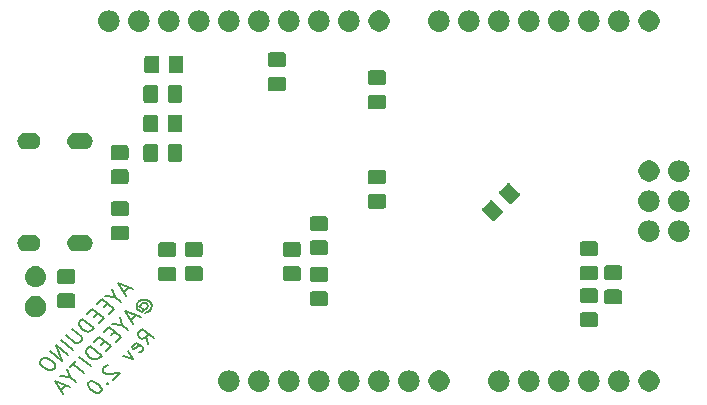
<source format=gbr>
%TF.GenerationSoftware,KiCad,Pcbnew,(5.1.2-1)-1*%
%TF.CreationDate,2020-03-21T02:44:08+05:30*%
%TF.ProjectId,Uno rev2.0,556e6f20-7265-4763-922e-302e6b696361,rev?*%
%TF.SameCoordinates,Original*%
%TF.FileFunction,Soldermask,Bot*%
%TF.FilePolarity,Negative*%
%FSLAX46Y46*%
G04 Gerber Fmt 4.6, Leading zero omitted, Abs format (unit mm)*
G04 Created by KiCad (PCBNEW (5.1.2-1)-1) date 2020-03-21 02:44:08*
%MOMM*%
%LPD*%
G04 APERTURE LIST*
%ADD10C,0.203200*%
%ADD11C,0.100000*%
G04 APERTURE END LIST*
D10*
X22506589Y-39653306D02*
X22078957Y-40080938D01*
X22880766Y-39792286D02*
X21571145Y-39305856D01*
X22282082Y-40390970D01*
X21330603Y-40487187D02*
X21811688Y-40861365D01*
X21100751Y-39776250D02*
X21330603Y-40487187D01*
X20502067Y-40374934D01*
X20683810Y-41048453D02*
X20384469Y-41347795D01*
X20785373Y-41887680D02*
X21213004Y-41460048D01*
X20202725Y-40674276D01*
X19775094Y-41101907D01*
X19871311Y-41860953D02*
X19571969Y-42160294D01*
X19972873Y-42700179D02*
X20400505Y-42272548D01*
X19390226Y-41486775D01*
X18962595Y-41914406D01*
X19588005Y-43085047D02*
X18577727Y-42299275D01*
X18363911Y-42513090D01*
X18283730Y-42678797D01*
X18294421Y-42839159D01*
X18347875Y-42956758D01*
X18497546Y-43149192D01*
X18641871Y-43261445D01*
X18877068Y-43368353D01*
X19016049Y-43400425D01*
X19197792Y-43389734D01*
X19374190Y-43298863D01*
X19588005Y-43085047D01*
X17679701Y-43197300D02*
X18497546Y-43833402D01*
X18551000Y-43951000D01*
X18556345Y-44031181D01*
X18518927Y-44154125D01*
X18347875Y-44325178D01*
X18214240Y-44373286D01*
X18123368Y-44378632D01*
X17984388Y-44346559D01*
X17166543Y-43710458D01*
X17749191Y-44923861D02*
X16738912Y-44138089D01*
X17321560Y-45351493D02*
X16311281Y-44565720D01*
X16808402Y-45864650D01*
X15798123Y-45078878D01*
X15199440Y-45677561D02*
X15028387Y-45848614D01*
X14990969Y-45971558D01*
X15001660Y-46131920D01*
X15151331Y-46324354D01*
X15488091Y-46586278D01*
X15723288Y-46693186D01*
X15905031Y-46682495D01*
X16038666Y-46634386D01*
X16209719Y-46463334D01*
X16247136Y-46340390D01*
X16236445Y-46180028D01*
X16086775Y-45987594D01*
X15750015Y-45725670D01*
X15514818Y-45618762D01*
X15333074Y-45629453D01*
X15199440Y-45677561D01*
X23484154Y-41315082D02*
X23478809Y-41234901D01*
X23516226Y-41111957D01*
X23601753Y-41026431D01*
X23735387Y-40978322D01*
X23826259Y-40972977D01*
X23965239Y-41005049D01*
X24061456Y-41079885D01*
X24114910Y-41197483D01*
X24120256Y-41277664D01*
X24082838Y-41400608D01*
X23997312Y-41486134D01*
X23863677Y-41534243D01*
X23772805Y-41539588D01*
X23387937Y-41240246D02*
X23772805Y-41539588D01*
X23778151Y-41619769D01*
X23735387Y-41662532D01*
X23601753Y-41710641D01*
X23462773Y-41678568D01*
X23222230Y-41491480D01*
X23163431Y-41293700D01*
X23195503Y-41090575D01*
X23318447Y-40882105D01*
X23537608Y-40748470D01*
X23762114Y-40695016D01*
X23991966Y-40721743D01*
X24227163Y-40828651D01*
X24376834Y-41021085D01*
X24435634Y-41218865D01*
X24403561Y-41421990D01*
X24280617Y-41630460D01*
X24061456Y-41764095D01*
X23836950Y-41817549D01*
X23120668Y-42020673D02*
X22693036Y-42448305D01*
X23494845Y-42159654D02*
X22185224Y-41673223D01*
X22896161Y-42758337D01*
X21944682Y-42854554D02*
X22425767Y-43228732D01*
X21714830Y-42143617D02*
X21944682Y-42854554D01*
X21116146Y-42742301D01*
X21297889Y-43415820D02*
X20998547Y-43715162D01*
X21399452Y-44255047D02*
X21827083Y-43827415D01*
X20816804Y-43041643D01*
X20389173Y-43469274D01*
X20485390Y-44228320D02*
X20186048Y-44527662D01*
X20586952Y-45067546D02*
X21014584Y-44639915D01*
X20004305Y-43854142D01*
X19576674Y-44281774D01*
X20202084Y-45452414D02*
X19191805Y-44666642D01*
X18977990Y-44880457D01*
X18897809Y-45046164D01*
X18908500Y-45206526D01*
X18961954Y-45324125D01*
X19111625Y-45516559D01*
X19255950Y-45628812D01*
X19491147Y-45735720D01*
X19630127Y-45767792D01*
X19811871Y-45757101D01*
X19988269Y-45666230D01*
X20202084Y-45452414D01*
X19304059Y-46350440D02*
X18293780Y-45564667D01*
X17994438Y-45864009D02*
X17481280Y-46377167D01*
X18748138Y-46906360D02*
X17737859Y-46120588D01*
X17540080Y-47259156D02*
X18021165Y-47633333D01*
X17310228Y-46548219D02*
X17540080Y-47259156D01*
X16711544Y-47146903D01*
X17176593Y-47964748D02*
X16748962Y-48392379D01*
X17550771Y-48103728D02*
X16241150Y-47617297D01*
X16952087Y-48702412D01*
X24151687Y-44484257D02*
X23969944Y-43810738D01*
X24664844Y-43971100D02*
X23654566Y-43185328D01*
X23312461Y-43527433D01*
X23275043Y-43650377D01*
X23280388Y-43730557D01*
X23333842Y-43848156D01*
X23478168Y-43960409D01*
X23617148Y-43992481D01*
X23708020Y-43987136D01*
X23841654Y-43939028D01*
X24183759Y-43596923D01*
X23376605Y-45173813D02*
X23510240Y-45125704D01*
X23681293Y-44954652D01*
X23718710Y-44831708D01*
X23665256Y-44714109D01*
X23280388Y-44414767D01*
X23141408Y-44382695D01*
X23007773Y-44430804D01*
X22836721Y-44601856D01*
X22799303Y-44724800D01*
X22852757Y-44842399D01*
X22948974Y-44917234D01*
X23472822Y-44564438D01*
X22409090Y-45029487D02*
X22868793Y-45767151D01*
X21981458Y-45457119D01*
X20757364Y-46253582D02*
X20666492Y-46258927D01*
X20532858Y-46307036D01*
X20319042Y-46520851D01*
X20281624Y-46643795D01*
X20286970Y-46723976D01*
X20340423Y-46841575D01*
X20436641Y-46916410D01*
X20623729Y-46985900D01*
X21714189Y-46921756D01*
X21158268Y-47477676D01*
X20677183Y-47787709D02*
X20682528Y-47867890D01*
X20773400Y-47862544D01*
X20768055Y-47782363D01*
X20677183Y-47787709D01*
X20773400Y-47862544D01*
X19164438Y-47675456D02*
X19078911Y-47760982D01*
X19041494Y-47883926D01*
X19046839Y-47964107D01*
X19100293Y-48081705D01*
X19249964Y-48274139D01*
X19490506Y-48461228D01*
X19725704Y-48568136D01*
X19864684Y-48600208D01*
X19955555Y-48594863D01*
X20089190Y-48546754D01*
X20174716Y-48461228D01*
X20212134Y-48338284D01*
X20206789Y-48258103D01*
X20153335Y-48140505D01*
X20003664Y-47948071D01*
X19763121Y-47760982D01*
X19527924Y-47654074D01*
X19388944Y-47622002D01*
X19298072Y-47627347D01*
X19164438Y-47675456D01*
D11*
G36*
X66653512Y-46693927D02*
G01*
X66802812Y-46723624D01*
X66966784Y-46791544D01*
X67114354Y-46890147D01*
X67239853Y-47015646D01*
X67338456Y-47163216D01*
X67406376Y-47327188D01*
X67441000Y-47501259D01*
X67441000Y-47678741D01*
X67406376Y-47852812D01*
X67338456Y-48016784D01*
X67239853Y-48164354D01*
X67114354Y-48289853D01*
X66966784Y-48388456D01*
X66802812Y-48456376D01*
X66653512Y-48486073D01*
X66628742Y-48491000D01*
X66451258Y-48491000D01*
X66426488Y-48486073D01*
X66277188Y-48456376D01*
X66113216Y-48388456D01*
X65965646Y-48289853D01*
X65840147Y-48164354D01*
X65741544Y-48016784D01*
X65673624Y-47852812D01*
X65639000Y-47678741D01*
X65639000Y-47501259D01*
X65673624Y-47327188D01*
X65741544Y-47163216D01*
X65840147Y-47015646D01*
X65965646Y-46890147D01*
X66113216Y-46791544D01*
X66277188Y-46723624D01*
X66426488Y-46693927D01*
X66451258Y-46689000D01*
X66628742Y-46689000D01*
X66653512Y-46693927D01*
X66653512Y-46693927D01*
G37*
G36*
X64110443Y-46695519D02*
G01*
X64176627Y-46702037D01*
X64346466Y-46753557D01*
X64502991Y-46837222D01*
X64538729Y-46866552D01*
X64640186Y-46949814D01*
X64723448Y-47051271D01*
X64752778Y-47087009D01*
X64836443Y-47243534D01*
X64887963Y-47413373D01*
X64905359Y-47590000D01*
X64887963Y-47766627D01*
X64836443Y-47936466D01*
X64752778Y-48092991D01*
X64723448Y-48128729D01*
X64640186Y-48230186D01*
X64567480Y-48289853D01*
X64502991Y-48342778D01*
X64346466Y-48426443D01*
X64176627Y-48477963D01*
X64110443Y-48484481D01*
X64044260Y-48491000D01*
X63955740Y-48491000D01*
X63889557Y-48484481D01*
X63823373Y-48477963D01*
X63653534Y-48426443D01*
X63497009Y-48342778D01*
X63432520Y-48289853D01*
X63359814Y-48230186D01*
X63276552Y-48128729D01*
X63247222Y-48092991D01*
X63163557Y-47936466D01*
X63112037Y-47766627D01*
X63094641Y-47590000D01*
X63112037Y-47413373D01*
X63163557Y-47243534D01*
X63247222Y-47087009D01*
X63276552Y-47051271D01*
X63359814Y-46949814D01*
X63461271Y-46866552D01*
X63497009Y-46837222D01*
X63653534Y-46753557D01*
X63823373Y-46702037D01*
X63889557Y-46695519D01*
X63955740Y-46689000D01*
X64044260Y-46689000D01*
X64110443Y-46695519D01*
X64110443Y-46695519D01*
G37*
G36*
X61570443Y-46695519D02*
G01*
X61636627Y-46702037D01*
X61806466Y-46753557D01*
X61962991Y-46837222D01*
X61998729Y-46866552D01*
X62100186Y-46949814D01*
X62183448Y-47051271D01*
X62212778Y-47087009D01*
X62296443Y-47243534D01*
X62347963Y-47413373D01*
X62365359Y-47590000D01*
X62347963Y-47766627D01*
X62296443Y-47936466D01*
X62212778Y-48092991D01*
X62183448Y-48128729D01*
X62100186Y-48230186D01*
X62027480Y-48289853D01*
X61962991Y-48342778D01*
X61806466Y-48426443D01*
X61636627Y-48477963D01*
X61570443Y-48484481D01*
X61504260Y-48491000D01*
X61415740Y-48491000D01*
X61349557Y-48484481D01*
X61283373Y-48477963D01*
X61113534Y-48426443D01*
X60957009Y-48342778D01*
X60892520Y-48289853D01*
X60819814Y-48230186D01*
X60736552Y-48128729D01*
X60707222Y-48092991D01*
X60623557Y-47936466D01*
X60572037Y-47766627D01*
X60554641Y-47590000D01*
X60572037Y-47413373D01*
X60623557Y-47243534D01*
X60707222Y-47087009D01*
X60736552Y-47051271D01*
X60819814Y-46949814D01*
X60921271Y-46866552D01*
X60957009Y-46837222D01*
X61113534Y-46753557D01*
X61283373Y-46702037D01*
X61349557Y-46695519D01*
X61415740Y-46689000D01*
X61504260Y-46689000D01*
X61570443Y-46695519D01*
X61570443Y-46695519D01*
G37*
G36*
X59030443Y-46695519D02*
G01*
X59096627Y-46702037D01*
X59266466Y-46753557D01*
X59422991Y-46837222D01*
X59458729Y-46866552D01*
X59560186Y-46949814D01*
X59643448Y-47051271D01*
X59672778Y-47087009D01*
X59756443Y-47243534D01*
X59807963Y-47413373D01*
X59825359Y-47590000D01*
X59807963Y-47766627D01*
X59756443Y-47936466D01*
X59672778Y-48092991D01*
X59643448Y-48128729D01*
X59560186Y-48230186D01*
X59487480Y-48289853D01*
X59422991Y-48342778D01*
X59266466Y-48426443D01*
X59096627Y-48477963D01*
X59030443Y-48484481D01*
X58964260Y-48491000D01*
X58875740Y-48491000D01*
X58809557Y-48484481D01*
X58743373Y-48477963D01*
X58573534Y-48426443D01*
X58417009Y-48342778D01*
X58352520Y-48289853D01*
X58279814Y-48230186D01*
X58196552Y-48128729D01*
X58167222Y-48092991D01*
X58083557Y-47936466D01*
X58032037Y-47766627D01*
X58014641Y-47590000D01*
X58032037Y-47413373D01*
X58083557Y-47243534D01*
X58167222Y-47087009D01*
X58196552Y-47051271D01*
X58279814Y-46949814D01*
X58381271Y-46866552D01*
X58417009Y-46837222D01*
X58573534Y-46753557D01*
X58743373Y-46702037D01*
X58809557Y-46695519D01*
X58875740Y-46689000D01*
X58964260Y-46689000D01*
X59030443Y-46695519D01*
X59030443Y-46695519D01*
G37*
G36*
X56490443Y-46695519D02*
G01*
X56556627Y-46702037D01*
X56726466Y-46753557D01*
X56882991Y-46837222D01*
X56918729Y-46866552D01*
X57020186Y-46949814D01*
X57103448Y-47051271D01*
X57132778Y-47087009D01*
X57216443Y-47243534D01*
X57267963Y-47413373D01*
X57285359Y-47590000D01*
X57267963Y-47766627D01*
X57216443Y-47936466D01*
X57132778Y-48092991D01*
X57103448Y-48128729D01*
X57020186Y-48230186D01*
X56947480Y-48289853D01*
X56882991Y-48342778D01*
X56726466Y-48426443D01*
X56556627Y-48477963D01*
X56490443Y-48484481D01*
X56424260Y-48491000D01*
X56335740Y-48491000D01*
X56269557Y-48484481D01*
X56203373Y-48477963D01*
X56033534Y-48426443D01*
X55877009Y-48342778D01*
X55812520Y-48289853D01*
X55739814Y-48230186D01*
X55656552Y-48128729D01*
X55627222Y-48092991D01*
X55543557Y-47936466D01*
X55492037Y-47766627D01*
X55474641Y-47590000D01*
X55492037Y-47413373D01*
X55543557Y-47243534D01*
X55627222Y-47087009D01*
X55656552Y-47051271D01*
X55739814Y-46949814D01*
X55841271Y-46866552D01*
X55877009Y-46837222D01*
X56033534Y-46753557D01*
X56203373Y-46702037D01*
X56269557Y-46695519D01*
X56335740Y-46689000D01*
X56424260Y-46689000D01*
X56490443Y-46695519D01*
X56490443Y-46695519D01*
G37*
G36*
X53950443Y-46695519D02*
G01*
X54016627Y-46702037D01*
X54186466Y-46753557D01*
X54342991Y-46837222D01*
X54378729Y-46866552D01*
X54480186Y-46949814D01*
X54563448Y-47051271D01*
X54592778Y-47087009D01*
X54676443Y-47243534D01*
X54727963Y-47413373D01*
X54745359Y-47590000D01*
X54727963Y-47766627D01*
X54676443Y-47936466D01*
X54592778Y-48092991D01*
X54563448Y-48128729D01*
X54480186Y-48230186D01*
X54407480Y-48289853D01*
X54342991Y-48342778D01*
X54186466Y-48426443D01*
X54016627Y-48477963D01*
X53950443Y-48484481D01*
X53884260Y-48491000D01*
X53795740Y-48491000D01*
X53729557Y-48484481D01*
X53663373Y-48477963D01*
X53493534Y-48426443D01*
X53337009Y-48342778D01*
X53272520Y-48289853D01*
X53199814Y-48230186D01*
X53116552Y-48128729D01*
X53087222Y-48092991D01*
X53003557Y-47936466D01*
X52952037Y-47766627D01*
X52934641Y-47590000D01*
X52952037Y-47413373D01*
X53003557Y-47243534D01*
X53087222Y-47087009D01*
X53116552Y-47051271D01*
X53199814Y-46949814D01*
X53301271Y-46866552D01*
X53337009Y-46837222D01*
X53493534Y-46753557D01*
X53663373Y-46702037D01*
X53729557Y-46695519D01*
X53795740Y-46689000D01*
X53884260Y-46689000D01*
X53950443Y-46695519D01*
X53950443Y-46695519D01*
G37*
G36*
X48873512Y-46693927D02*
G01*
X49022812Y-46723624D01*
X49186784Y-46791544D01*
X49334354Y-46890147D01*
X49459853Y-47015646D01*
X49558456Y-47163216D01*
X49626376Y-47327188D01*
X49661000Y-47501259D01*
X49661000Y-47678741D01*
X49626376Y-47852812D01*
X49558456Y-48016784D01*
X49459853Y-48164354D01*
X49334354Y-48289853D01*
X49186784Y-48388456D01*
X49022812Y-48456376D01*
X48873512Y-48486073D01*
X48848742Y-48491000D01*
X48671258Y-48491000D01*
X48646488Y-48486073D01*
X48497188Y-48456376D01*
X48333216Y-48388456D01*
X48185646Y-48289853D01*
X48060147Y-48164354D01*
X47961544Y-48016784D01*
X47893624Y-47852812D01*
X47859000Y-47678741D01*
X47859000Y-47501259D01*
X47893624Y-47327188D01*
X47961544Y-47163216D01*
X48060147Y-47015646D01*
X48185646Y-46890147D01*
X48333216Y-46791544D01*
X48497188Y-46723624D01*
X48646488Y-46693927D01*
X48671258Y-46689000D01*
X48848742Y-46689000D01*
X48873512Y-46693927D01*
X48873512Y-46693927D01*
G37*
G36*
X46330443Y-46695519D02*
G01*
X46396627Y-46702037D01*
X46566466Y-46753557D01*
X46722991Y-46837222D01*
X46758729Y-46866552D01*
X46860186Y-46949814D01*
X46943448Y-47051271D01*
X46972778Y-47087009D01*
X47056443Y-47243534D01*
X47107963Y-47413373D01*
X47125359Y-47590000D01*
X47107963Y-47766627D01*
X47056443Y-47936466D01*
X46972778Y-48092991D01*
X46943448Y-48128729D01*
X46860186Y-48230186D01*
X46787480Y-48289853D01*
X46722991Y-48342778D01*
X46566466Y-48426443D01*
X46396627Y-48477963D01*
X46330443Y-48484481D01*
X46264260Y-48491000D01*
X46175740Y-48491000D01*
X46109557Y-48484481D01*
X46043373Y-48477963D01*
X45873534Y-48426443D01*
X45717009Y-48342778D01*
X45652520Y-48289853D01*
X45579814Y-48230186D01*
X45496552Y-48128729D01*
X45467222Y-48092991D01*
X45383557Y-47936466D01*
X45332037Y-47766627D01*
X45314641Y-47590000D01*
X45332037Y-47413373D01*
X45383557Y-47243534D01*
X45467222Y-47087009D01*
X45496552Y-47051271D01*
X45579814Y-46949814D01*
X45681271Y-46866552D01*
X45717009Y-46837222D01*
X45873534Y-46753557D01*
X46043373Y-46702037D01*
X46109557Y-46695519D01*
X46175740Y-46689000D01*
X46264260Y-46689000D01*
X46330443Y-46695519D01*
X46330443Y-46695519D01*
G37*
G36*
X43790443Y-46695519D02*
G01*
X43856627Y-46702037D01*
X44026466Y-46753557D01*
X44182991Y-46837222D01*
X44218729Y-46866552D01*
X44320186Y-46949814D01*
X44403448Y-47051271D01*
X44432778Y-47087009D01*
X44516443Y-47243534D01*
X44567963Y-47413373D01*
X44585359Y-47590000D01*
X44567963Y-47766627D01*
X44516443Y-47936466D01*
X44432778Y-48092991D01*
X44403448Y-48128729D01*
X44320186Y-48230186D01*
X44247480Y-48289853D01*
X44182991Y-48342778D01*
X44026466Y-48426443D01*
X43856627Y-48477963D01*
X43790443Y-48484481D01*
X43724260Y-48491000D01*
X43635740Y-48491000D01*
X43569557Y-48484481D01*
X43503373Y-48477963D01*
X43333534Y-48426443D01*
X43177009Y-48342778D01*
X43112520Y-48289853D01*
X43039814Y-48230186D01*
X42956552Y-48128729D01*
X42927222Y-48092991D01*
X42843557Y-47936466D01*
X42792037Y-47766627D01*
X42774641Y-47590000D01*
X42792037Y-47413373D01*
X42843557Y-47243534D01*
X42927222Y-47087009D01*
X42956552Y-47051271D01*
X43039814Y-46949814D01*
X43141271Y-46866552D01*
X43177009Y-46837222D01*
X43333534Y-46753557D01*
X43503373Y-46702037D01*
X43569557Y-46695519D01*
X43635740Y-46689000D01*
X43724260Y-46689000D01*
X43790443Y-46695519D01*
X43790443Y-46695519D01*
G37*
G36*
X41250443Y-46695519D02*
G01*
X41316627Y-46702037D01*
X41486466Y-46753557D01*
X41642991Y-46837222D01*
X41678729Y-46866552D01*
X41780186Y-46949814D01*
X41863448Y-47051271D01*
X41892778Y-47087009D01*
X41976443Y-47243534D01*
X42027963Y-47413373D01*
X42045359Y-47590000D01*
X42027963Y-47766627D01*
X41976443Y-47936466D01*
X41892778Y-48092991D01*
X41863448Y-48128729D01*
X41780186Y-48230186D01*
X41707480Y-48289853D01*
X41642991Y-48342778D01*
X41486466Y-48426443D01*
X41316627Y-48477963D01*
X41250443Y-48484481D01*
X41184260Y-48491000D01*
X41095740Y-48491000D01*
X41029557Y-48484481D01*
X40963373Y-48477963D01*
X40793534Y-48426443D01*
X40637009Y-48342778D01*
X40572520Y-48289853D01*
X40499814Y-48230186D01*
X40416552Y-48128729D01*
X40387222Y-48092991D01*
X40303557Y-47936466D01*
X40252037Y-47766627D01*
X40234641Y-47590000D01*
X40252037Y-47413373D01*
X40303557Y-47243534D01*
X40387222Y-47087009D01*
X40416552Y-47051271D01*
X40499814Y-46949814D01*
X40601271Y-46866552D01*
X40637009Y-46837222D01*
X40793534Y-46753557D01*
X40963373Y-46702037D01*
X41029557Y-46695519D01*
X41095740Y-46689000D01*
X41184260Y-46689000D01*
X41250443Y-46695519D01*
X41250443Y-46695519D01*
G37*
G36*
X38710443Y-46695519D02*
G01*
X38776627Y-46702037D01*
X38946466Y-46753557D01*
X39102991Y-46837222D01*
X39138729Y-46866552D01*
X39240186Y-46949814D01*
X39323448Y-47051271D01*
X39352778Y-47087009D01*
X39436443Y-47243534D01*
X39487963Y-47413373D01*
X39505359Y-47590000D01*
X39487963Y-47766627D01*
X39436443Y-47936466D01*
X39352778Y-48092991D01*
X39323448Y-48128729D01*
X39240186Y-48230186D01*
X39167480Y-48289853D01*
X39102991Y-48342778D01*
X38946466Y-48426443D01*
X38776627Y-48477963D01*
X38710443Y-48484481D01*
X38644260Y-48491000D01*
X38555740Y-48491000D01*
X38489557Y-48484481D01*
X38423373Y-48477963D01*
X38253534Y-48426443D01*
X38097009Y-48342778D01*
X38032520Y-48289853D01*
X37959814Y-48230186D01*
X37876552Y-48128729D01*
X37847222Y-48092991D01*
X37763557Y-47936466D01*
X37712037Y-47766627D01*
X37694641Y-47590000D01*
X37712037Y-47413373D01*
X37763557Y-47243534D01*
X37847222Y-47087009D01*
X37876552Y-47051271D01*
X37959814Y-46949814D01*
X38061271Y-46866552D01*
X38097009Y-46837222D01*
X38253534Y-46753557D01*
X38423373Y-46702037D01*
X38489557Y-46695519D01*
X38555740Y-46689000D01*
X38644260Y-46689000D01*
X38710443Y-46695519D01*
X38710443Y-46695519D01*
G37*
G36*
X36170443Y-46695519D02*
G01*
X36236627Y-46702037D01*
X36406466Y-46753557D01*
X36562991Y-46837222D01*
X36598729Y-46866552D01*
X36700186Y-46949814D01*
X36783448Y-47051271D01*
X36812778Y-47087009D01*
X36896443Y-47243534D01*
X36947963Y-47413373D01*
X36965359Y-47590000D01*
X36947963Y-47766627D01*
X36896443Y-47936466D01*
X36812778Y-48092991D01*
X36783448Y-48128729D01*
X36700186Y-48230186D01*
X36627480Y-48289853D01*
X36562991Y-48342778D01*
X36406466Y-48426443D01*
X36236627Y-48477963D01*
X36170443Y-48484481D01*
X36104260Y-48491000D01*
X36015740Y-48491000D01*
X35949557Y-48484481D01*
X35883373Y-48477963D01*
X35713534Y-48426443D01*
X35557009Y-48342778D01*
X35492520Y-48289853D01*
X35419814Y-48230186D01*
X35336552Y-48128729D01*
X35307222Y-48092991D01*
X35223557Y-47936466D01*
X35172037Y-47766627D01*
X35154641Y-47590000D01*
X35172037Y-47413373D01*
X35223557Y-47243534D01*
X35307222Y-47087009D01*
X35336552Y-47051271D01*
X35419814Y-46949814D01*
X35521271Y-46866552D01*
X35557009Y-46837222D01*
X35713534Y-46753557D01*
X35883373Y-46702037D01*
X35949557Y-46695519D01*
X36015740Y-46689000D01*
X36104260Y-46689000D01*
X36170443Y-46695519D01*
X36170443Y-46695519D01*
G37*
G36*
X33630443Y-46695519D02*
G01*
X33696627Y-46702037D01*
X33866466Y-46753557D01*
X34022991Y-46837222D01*
X34058729Y-46866552D01*
X34160186Y-46949814D01*
X34243448Y-47051271D01*
X34272778Y-47087009D01*
X34356443Y-47243534D01*
X34407963Y-47413373D01*
X34425359Y-47590000D01*
X34407963Y-47766627D01*
X34356443Y-47936466D01*
X34272778Y-48092991D01*
X34243448Y-48128729D01*
X34160186Y-48230186D01*
X34087480Y-48289853D01*
X34022991Y-48342778D01*
X33866466Y-48426443D01*
X33696627Y-48477963D01*
X33630443Y-48484481D01*
X33564260Y-48491000D01*
X33475740Y-48491000D01*
X33409557Y-48484481D01*
X33343373Y-48477963D01*
X33173534Y-48426443D01*
X33017009Y-48342778D01*
X32952520Y-48289853D01*
X32879814Y-48230186D01*
X32796552Y-48128729D01*
X32767222Y-48092991D01*
X32683557Y-47936466D01*
X32632037Y-47766627D01*
X32614641Y-47590000D01*
X32632037Y-47413373D01*
X32683557Y-47243534D01*
X32767222Y-47087009D01*
X32796552Y-47051271D01*
X32879814Y-46949814D01*
X32981271Y-46866552D01*
X33017009Y-46837222D01*
X33173534Y-46753557D01*
X33343373Y-46702037D01*
X33409557Y-46695519D01*
X33475740Y-46689000D01*
X33564260Y-46689000D01*
X33630443Y-46695519D01*
X33630443Y-46695519D01*
G37*
G36*
X31090443Y-46695519D02*
G01*
X31156627Y-46702037D01*
X31326466Y-46753557D01*
X31482991Y-46837222D01*
X31518729Y-46866552D01*
X31620186Y-46949814D01*
X31703448Y-47051271D01*
X31732778Y-47087009D01*
X31816443Y-47243534D01*
X31867963Y-47413373D01*
X31885359Y-47590000D01*
X31867963Y-47766627D01*
X31816443Y-47936466D01*
X31732778Y-48092991D01*
X31703448Y-48128729D01*
X31620186Y-48230186D01*
X31547480Y-48289853D01*
X31482991Y-48342778D01*
X31326466Y-48426443D01*
X31156627Y-48477963D01*
X31090443Y-48484481D01*
X31024260Y-48491000D01*
X30935740Y-48491000D01*
X30869557Y-48484481D01*
X30803373Y-48477963D01*
X30633534Y-48426443D01*
X30477009Y-48342778D01*
X30412520Y-48289853D01*
X30339814Y-48230186D01*
X30256552Y-48128729D01*
X30227222Y-48092991D01*
X30143557Y-47936466D01*
X30092037Y-47766627D01*
X30074641Y-47590000D01*
X30092037Y-47413373D01*
X30143557Y-47243534D01*
X30227222Y-47087009D01*
X30256552Y-47051271D01*
X30339814Y-46949814D01*
X30441271Y-46866552D01*
X30477009Y-46837222D01*
X30633534Y-46753557D01*
X30803373Y-46702037D01*
X30869557Y-46695519D01*
X30935740Y-46689000D01*
X31024260Y-46689000D01*
X31090443Y-46695519D01*
X31090443Y-46695519D01*
G37*
G36*
X62048674Y-41779465D02*
G01*
X62086367Y-41790899D01*
X62121103Y-41809466D01*
X62151548Y-41834452D01*
X62176534Y-41864897D01*
X62195101Y-41899633D01*
X62206535Y-41937326D01*
X62211000Y-41982661D01*
X62211000Y-42819339D01*
X62206535Y-42864674D01*
X62195101Y-42902367D01*
X62176534Y-42937103D01*
X62151548Y-42967548D01*
X62121103Y-42992534D01*
X62086367Y-43011101D01*
X62048674Y-43022535D01*
X62003339Y-43027000D01*
X60916661Y-43027000D01*
X60871326Y-43022535D01*
X60833633Y-43011101D01*
X60798897Y-42992534D01*
X60768452Y-42967548D01*
X60743466Y-42937103D01*
X60724899Y-42902367D01*
X60713465Y-42864674D01*
X60709000Y-42819339D01*
X60709000Y-41982661D01*
X60713465Y-41937326D01*
X60724899Y-41899633D01*
X60743466Y-41864897D01*
X60768452Y-41834452D01*
X60798897Y-41809466D01*
X60833633Y-41790899D01*
X60871326Y-41779465D01*
X60916661Y-41775000D01*
X62003339Y-41775000D01*
X62048674Y-41779465D01*
X62048674Y-41779465D01*
G37*
G36*
X14709228Y-40393075D02*
G01*
X14862812Y-40423624D01*
X15026784Y-40491544D01*
X15174354Y-40590147D01*
X15299853Y-40715646D01*
X15398456Y-40863216D01*
X15466376Y-41027188D01*
X15501000Y-41201259D01*
X15501000Y-41378741D01*
X15466376Y-41552812D01*
X15398456Y-41716784D01*
X15299853Y-41864354D01*
X15174354Y-41989853D01*
X15026784Y-42088456D01*
X14862812Y-42156376D01*
X14713512Y-42186073D01*
X14688742Y-42191000D01*
X14511258Y-42191000D01*
X14486488Y-42186073D01*
X14337188Y-42156376D01*
X14173216Y-42088456D01*
X14025646Y-41989853D01*
X13900147Y-41864354D01*
X13801544Y-41716784D01*
X13733624Y-41552812D01*
X13699000Y-41378741D01*
X13699000Y-41201259D01*
X13733624Y-41027188D01*
X13801544Y-40863216D01*
X13900147Y-40715646D01*
X14025646Y-40590147D01*
X14173216Y-40491544D01*
X14337188Y-40423624D01*
X14490772Y-40393075D01*
X14511258Y-40389000D01*
X14688742Y-40389000D01*
X14709228Y-40393075D01*
X14709228Y-40393075D01*
G37*
G36*
X17788674Y-40178465D02*
G01*
X17826367Y-40189899D01*
X17861103Y-40208466D01*
X17891548Y-40233452D01*
X17916534Y-40263897D01*
X17935101Y-40298633D01*
X17946535Y-40336326D01*
X17951000Y-40381661D01*
X17951000Y-41218339D01*
X17946535Y-41263674D01*
X17935101Y-41301367D01*
X17916534Y-41336103D01*
X17891548Y-41366548D01*
X17861103Y-41391534D01*
X17826367Y-41410101D01*
X17788674Y-41421535D01*
X17743339Y-41426000D01*
X16656661Y-41426000D01*
X16611326Y-41421535D01*
X16573633Y-41410101D01*
X16538897Y-41391534D01*
X16508452Y-41366548D01*
X16483466Y-41336103D01*
X16464899Y-41301367D01*
X16453465Y-41263674D01*
X16449000Y-41218339D01*
X16449000Y-40381661D01*
X16453465Y-40336326D01*
X16464899Y-40298633D01*
X16483466Y-40263897D01*
X16508452Y-40233452D01*
X16538897Y-40208466D01*
X16573633Y-40189899D01*
X16611326Y-40178465D01*
X16656661Y-40174000D01*
X17743339Y-40174000D01*
X17788674Y-40178465D01*
X17788674Y-40178465D01*
G37*
G36*
X39188674Y-39992465D02*
G01*
X39226367Y-40003899D01*
X39261103Y-40022466D01*
X39291548Y-40047452D01*
X39316534Y-40077897D01*
X39335101Y-40112633D01*
X39346535Y-40150326D01*
X39351000Y-40195661D01*
X39351000Y-41032339D01*
X39346535Y-41077674D01*
X39335101Y-41115367D01*
X39316534Y-41150103D01*
X39291548Y-41180548D01*
X39261103Y-41205534D01*
X39226367Y-41224101D01*
X39188674Y-41235535D01*
X39143339Y-41240000D01*
X38056661Y-41240000D01*
X38011326Y-41235535D01*
X37973633Y-41224101D01*
X37938897Y-41205534D01*
X37908452Y-41180548D01*
X37883466Y-41150103D01*
X37864899Y-41115367D01*
X37853465Y-41077674D01*
X37849000Y-41032339D01*
X37849000Y-40195661D01*
X37853465Y-40150326D01*
X37864899Y-40112633D01*
X37883466Y-40077897D01*
X37908452Y-40047452D01*
X37938897Y-40022466D01*
X37973633Y-40003899D01*
X38011326Y-39992465D01*
X38056661Y-39988000D01*
X39143339Y-39988000D01*
X39188674Y-39992465D01*
X39188674Y-39992465D01*
G37*
G36*
X64088674Y-39843465D02*
G01*
X64126367Y-39854899D01*
X64161103Y-39873466D01*
X64191548Y-39898452D01*
X64216534Y-39928897D01*
X64235101Y-39963633D01*
X64246535Y-40001326D01*
X64251000Y-40046661D01*
X64251000Y-40883339D01*
X64246535Y-40928674D01*
X64235101Y-40966367D01*
X64216534Y-41001103D01*
X64191548Y-41031548D01*
X64161103Y-41056534D01*
X64126367Y-41075101D01*
X64088674Y-41086535D01*
X64043339Y-41091000D01*
X62956661Y-41091000D01*
X62911326Y-41086535D01*
X62873633Y-41075101D01*
X62838897Y-41056534D01*
X62808452Y-41031548D01*
X62783466Y-41001103D01*
X62764899Y-40966367D01*
X62753465Y-40928674D01*
X62749000Y-40883339D01*
X62749000Y-40046661D01*
X62753465Y-40001326D01*
X62764899Y-39963633D01*
X62783466Y-39928897D01*
X62808452Y-39898452D01*
X62838897Y-39873466D01*
X62873633Y-39854899D01*
X62911326Y-39843465D01*
X62956661Y-39839000D01*
X64043339Y-39839000D01*
X64088674Y-39843465D01*
X64088674Y-39843465D01*
G37*
G36*
X62048674Y-39729465D02*
G01*
X62086367Y-39740899D01*
X62121103Y-39759466D01*
X62151548Y-39784452D01*
X62176534Y-39814897D01*
X62195101Y-39849633D01*
X62206535Y-39887326D01*
X62211000Y-39932661D01*
X62211000Y-40769339D01*
X62206535Y-40814674D01*
X62195101Y-40852367D01*
X62176534Y-40887103D01*
X62151548Y-40917548D01*
X62121103Y-40942534D01*
X62086367Y-40961101D01*
X62048674Y-40972535D01*
X62003339Y-40977000D01*
X60916661Y-40977000D01*
X60871326Y-40972535D01*
X60833633Y-40961101D01*
X60798897Y-40942534D01*
X60768452Y-40917548D01*
X60743466Y-40887103D01*
X60724899Y-40852367D01*
X60713465Y-40814674D01*
X60709000Y-40769339D01*
X60709000Y-39932661D01*
X60713465Y-39887326D01*
X60724899Y-39849633D01*
X60743466Y-39814897D01*
X60768452Y-39784452D01*
X60798897Y-39759466D01*
X60833633Y-39740899D01*
X60871326Y-39729465D01*
X60916661Y-39725000D01*
X62003339Y-39725000D01*
X62048674Y-39729465D01*
X62048674Y-39729465D01*
G37*
G36*
X14699756Y-37854466D02*
G01*
X14776627Y-37862037D01*
X14946466Y-37913557D01*
X15102991Y-37997222D01*
X15135173Y-38023633D01*
X15240186Y-38109814D01*
X15290541Y-38171173D01*
X15352778Y-38247009D01*
X15436443Y-38403534D01*
X15487963Y-38573373D01*
X15505359Y-38750000D01*
X15487963Y-38926627D01*
X15436443Y-39096466D01*
X15352778Y-39252991D01*
X15325603Y-39286103D01*
X15240186Y-39390186D01*
X15138729Y-39473448D01*
X15102991Y-39502778D01*
X14946466Y-39586443D01*
X14776627Y-39637963D01*
X14710442Y-39644482D01*
X14644260Y-39651000D01*
X14555740Y-39651000D01*
X14489558Y-39644482D01*
X14423373Y-39637963D01*
X14253534Y-39586443D01*
X14097009Y-39502778D01*
X14061271Y-39473448D01*
X13959814Y-39390186D01*
X13874397Y-39286103D01*
X13847222Y-39252991D01*
X13763557Y-39096466D01*
X13712037Y-38926627D01*
X13694641Y-38750000D01*
X13712037Y-38573373D01*
X13763557Y-38403534D01*
X13847222Y-38247009D01*
X13909459Y-38171173D01*
X13959814Y-38109814D01*
X14064827Y-38023633D01*
X14097009Y-37997222D01*
X14253534Y-37913557D01*
X14423373Y-37862037D01*
X14500244Y-37854466D01*
X14555740Y-37849000D01*
X14644260Y-37849000D01*
X14699756Y-37854466D01*
X14699756Y-37854466D01*
G37*
G36*
X17788674Y-38128465D02*
G01*
X17826367Y-38139899D01*
X17861103Y-38158466D01*
X17891548Y-38183452D01*
X17916534Y-38213897D01*
X17935101Y-38248633D01*
X17946535Y-38286326D01*
X17951000Y-38331661D01*
X17951000Y-39168339D01*
X17946535Y-39213674D01*
X17935101Y-39251367D01*
X17916534Y-39286103D01*
X17891548Y-39316548D01*
X17861103Y-39341534D01*
X17826367Y-39360101D01*
X17788674Y-39371535D01*
X17743339Y-39376000D01*
X16656661Y-39376000D01*
X16611326Y-39371535D01*
X16573633Y-39360101D01*
X16538897Y-39341534D01*
X16508452Y-39316548D01*
X16483466Y-39286103D01*
X16464899Y-39251367D01*
X16453465Y-39213674D01*
X16449000Y-39168339D01*
X16449000Y-38331661D01*
X16453465Y-38286326D01*
X16464899Y-38248633D01*
X16483466Y-38213897D01*
X16508452Y-38183452D01*
X16538897Y-38158466D01*
X16573633Y-38139899D01*
X16611326Y-38128465D01*
X16656661Y-38124000D01*
X17743339Y-38124000D01*
X17788674Y-38128465D01*
X17788674Y-38128465D01*
G37*
G36*
X39188674Y-37942465D02*
G01*
X39226367Y-37953899D01*
X39261103Y-37972466D01*
X39291548Y-37997452D01*
X39316534Y-38027897D01*
X39335101Y-38062633D01*
X39346535Y-38100326D01*
X39351000Y-38145661D01*
X39351000Y-38982339D01*
X39346535Y-39027674D01*
X39335101Y-39065367D01*
X39316534Y-39100103D01*
X39291548Y-39130548D01*
X39261103Y-39155534D01*
X39226367Y-39174101D01*
X39188674Y-39185535D01*
X39143339Y-39190000D01*
X38056661Y-39190000D01*
X38011326Y-39185535D01*
X37973633Y-39174101D01*
X37938897Y-39155534D01*
X37908452Y-39130548D01*
X37883466Y-39100103D01*
X37864899Y-39065367D01*
X37853465Y-39027674D01*
X37849000Y-38982339D01*
X37849000Y-38145661D01*
X37853465Y-38100326D01*
X37864899Y-38062633D01*
X37883466Y-38027897D01*
X37908452Y-37997452D01*
X37938897Y-37972466D01*
X37973633Y-37953899D01*
X38011326Y-37942465D01*
X38056661Y-37938000D01*
X39143339Y-37938000D01*
X39188674Y-37942465D01*
X39188674Y-37942465D01*
G37*
G36*
X26338674Y-37903465D02*
G01*
X26376367Y-37914899D01*
X26411103Y-37933466D01*
X26441548Y-37958452D01*
X26466534Y-37988897D01*
X26485101Y-38023633D01*
X26496535Y-38061326D01*
X26501000Y-38106661D01*
X26501000Y-38943339D01*
X26496535Y-38988674D01*
X26485101Y-39026367D01*
X26466534Y-39061103D01*
X26441548Y-39091548D01*
X26411103Y-39116534D01*
X26376367Y-39135101D01*
X26338674Y-39146535D01*
X26293339Y-39151000D01*
X25206661Y-39151000D01*
X25161326Y-39146535D01*
X25123633Y-39135101D01*
X25088897Y-39116534D01*
X25058452Y-39091548D01*
X25033466Y-39061103D01*
X25014899Y-39026367D01*
X25003465Y-38988674D01*
X24999000Y-38943339D01*
X24999000Y-38106661D01*
X25003465Y-38061326D01*
X25014899Y-38023633D01*
X25033466Y-37988897D01*
X25058452Y-37958452D01*
X25088897Y-37933466D01*
X25123633Y-37914899D01*
X25161326Y-37903465D01*
X25206661Y-37899000D01*
X26293339Y-37899000D01*
X26338674Y-37903465D01*
X26338674Y-37903465D01*
G37*
G36*
X36888674Y-37878465D02*
G01*
X36926367Y-37889899D01*
X36961103Y-37908466D01*
X36991548Y-37933452D01*
X37016534Y-37963897D01*
X37035101Y-37998633D01*
X37046535Y-38036326D01*
X37051000Y-38081661D01*
X37051000Y-38918339D01*
X37046535Y-38963674D01*
X37035101Y-39001367D01*
X37016534Y-39036103D01*
X36991548Y-39066548D01*
X36961103Y-39091534D01*
X36926367Y-39110101D01*
X36888674Y-39121535D01*
X36843339Y-39126000D01*
X35756661Y-39126000D01*
X35711326Y-39121535D01*
X35673633Y-39110101D01*
X35638897Y-39091534D01*
X35608452Y-39066548D01*
X35583466Y-39036103D01*
X35564899Y-39001367D01*
X35553465Y-38963674D01*
X35549000Y-38918339D01*
X35549000Y-38081661D01*
X35553465Y-38036326D01*
X35564899Y-37998633D01*
X35583466Y-37963897D01*
X35608452Y-37933452D01*
X35638897Y-37908466D01*
X35673633Y-37889899D01*
X35711326Y-37878465D01*
X35756661Y-37874000D01*
X36843339Y-37874000D01*
X36888674Y-37878465D01*
X36888674Y-37878465D01*
G37*
G36*
X28588674Y-37878465D02*
G01*
X28626367Y-37889899D01*
X28661103Y-37908466D01*
X28691548Y-37933452D01*
X28716534Y-37963897D01*
X28735101Y-37998633D01*
X28746535Y-38036326D01*
X28751000Y-38081661D01*
X28751000Y-38918339D01*
X28746535Y-38963674D01*
X28735101Y-39001367D01*
X28716534Y-39036103D01*
X28691548Y-39066548D01*
X28661103Y-39091534D01*
X28626367Y-39110101D01*
X28588674Y-39121535D01*
X28543339Y-39126000D01*
X27456661Y-39126000D01*
X27411326Y-39121535D01*
X27373633Y-39110101D01*
X27338897Y-39091534D01*
X27308452Y-39066548D01*
X27283466Y-39036103D01*
X27264899Y-39001367D01*
X27253465Y-38963674D01*
X27249000Y-38918339D01*
X27249000Y-38081661D01*
X27253465Y-38036326D01*
X27264899Y-37998633D01*
X27283466Y-37963897D01*
X27308452Y-37933452D01*
X27338897Y-37908466D01*
X27373633Y-37889899D01*
X27411326Y-37878465D01*
X27456661Y-37874000D01*
X28543339Y-37874000D01*
X28588674Y-37878465D01*
X28588674Y-37878465D01*
G37*
G36*
X62048674Y-37824465D02*
G01*
X62086367Y-37835899D01*
X62121103Y-37854466D01*
X62151548Y-37879452D01*
X62176534Y-37909897D01*
X62195101Y-37944633D01*
X62206535Y-37982326D01*
X62211000Y-38027661D01*
X62211000Y-38864339D01*
X62206535Y-38909674D01*
X62195101Y-38947367D01*
X62176534Y-38982103D01*
X62151548Y-39012548D01*
X62121103Y-39037534D01*
X62086367Y-39056101D01*
X62048674Y-39067535D01*
X62003339Y-39072000D01*
X60916661Y-39072000D01*
X60871326Y-39067535D01*
X60833633Y-39056101D01*
X60798897Y-39037534D01*
X60768452Y-39012548D01*
X60743466Y-38982103D01*
X60724899Y-38947367D01*
X60713465Y-38909674D01*
X60709000Y-38864339D01*
X60709000Y-38027661D01*
X60713465Y-37982326D01*
X60724899Y-37944633D01*
X60743466Y-37909897D01*
X60768452Y-37879452D01*
X60798897Y-37854466D01*
X60833633Y-37835899D01*
X60871326Y-37824465D01*
X60916661Y-37820000D01*
X62003339Y-37820000D01*
X62048674Y-37824465D01*
X62048674Y-37824465D01*
G37*
G36*
X64088674Y-37793465D02*
G01*
X64126367Y-37804899D01*
X64161103Y-37823466D01*
X64191548Y-37848452D01*
X64216534Y-37878897D01*
X64235101Y-37913633D01*
X64246535Y-37951326D01*
X64251000Y-37996661D01*
X64251000Y-38833339D01*
X64246535Y-38878674D01*
X64235101Y-38916367D01*
X64216534Y-38951103D01*
X64191548Y-38981548D01*
X64161103Y-39006534D01*
X64126367Y-39025101D01*
X64088674Y-39036535D01*
X64043339Y-39041000D01*
X62956661Y-39041000D01*
X62911326Y-39036535D01*
X62873633Y-39025101D01*
X62838897Y-39006534D01*
X62808452Y-38981548D01*
X62783466Y-38951103D01*
X62764899Y-38916367D01*
X62753465Y-38878674D01*
X62749000Y-38833339D01*
X62749000Y-37996661D01*
X62753465Y-37951326D01*
X62764899Y-37913633D01*
X62783466Y-37878897D01*
X62808452Y-37848452D01*
X62838897Y-37823466D01*
X62873633Y-37804899D01*
X62911326Y-37793465D01*
X62956661Y-37789000D01*
X64043339Y-37789000D01*
X64088674Y-37793465D01*
X64088674Y-37793465D01*
G37*
G36*
X26338674Y-35853465D02*
G01*
X26376367Y-35864899D01*
X26411103Y-35883466D01*
X26441548Y-35908452D01*
X26466534Y-35938897D01*
X26485101Y-35973633D01*
X26496535Y-36011326D01*
X26501000Y-36056661D01*
X26501000Y-36893339D01*
X26496535Y-36938674D01*
X26485101Y-36976367D01*
X26466534Y-37011103D01*
X26441548Y-37041548D01*
X26411103Y-37066534D01*
X26376367Y-37085101D01*
X26338674Y-37096535D01*
X26293339Y-37101000D01*
X25206661Y-37101000D01*
X25161326Y-37096535D01*
X25123633Y-37085101D01*
X25088897Y-37066534D01*
X25058452Y-37041548D01*
X25033466Y-37011103D01*
X25014899Y-36976367D01*
X25003465Y-36938674D01*
X24999000Y-36893339D01*
X24999000Y-36056661D01*
X25003465Y-36011326D01*
X25014899Y-35973633D01*
X25033466Y-35938897D01*
X25058452Y-35908452D01*
X25088897Y-35883466D01*
X25123633Y-35864899D01*
X25161326Y-35853465D01*
X25206661Y-35849000D01*
X26293339Y-35849000D01*
X26338674Y-35853465D01*
X26338674Y-35853465D01*
G37*
G36*
X36888674Y-35828465D02*
G01*
X36926367Y-35839899D01*
X36961103Y-35858466D01*
X36991548Y-35883452D01*
X37016534Y-35913897D01*
X37035101Y-35948633D01*
X37046535Y-35986326D01*
X37051000Y-36031661D01*
X37051000Y-36868339D01*
X37046535Y-36913674D01*
X37035101Y-36951367D01*
X37016534Y-36986103D01*
X36991548Y-37016548D01*
X36961103Y-37041534D01*
X36926367Y-37060101D01*
X36888674Y-37071535D01*
X36843339Y-37076000D01*
X35756661Y-37076000D01*
X35711326Y-37071535D01*
X35673633Y-37060101D01*
X35638897Y-37041534D01*
X35608452Y-37016548D01*
X35583466Y-36986103D01*
X35564899Y-36951367D01*
X35553465Y-36913674D01*
X35549000Y-36868339D01*
X35549000Y-36031661D01*
X35553465Y-35986326D01*
X35564899Y-35948633D01*
X35583466Y-35913897D01*
X35608452Y-35883452D01*
X35638897Y-35858466D01*
X35673633Y-35839899D01*
X35711326Y-35828465D01*
X35756661Y-35824000D01*
X36843339Y-35824000D01*
X36888674Y-35828465D01*
X36888674Y-35828465D01*
G37*
G36*
X28588674Y-35828465D02*
G01*
X28626367Y-35839899D01*
X28661103Y-35858466D01*
X28691548Y-35883452D01*
X28716534Y-35913897D01*
X28735101Y-35948633D01*
X28746535Y-35986326D01*
X28751000Y-36031661D01*
X28751000Y-36868339D01*
X28746535Y-36913674D01*
X28735101Y-36951367D01*
X28716534Y-36986103D01*
X28691548Y-37016548D01*
X28661103Y-37041534D01*
X28626367Y-37060101D01*
X28588674Y-37071535D01*
X28543339Y-37076000D01*
X27456661Y-37076000D01*
X27411326Y-37071535D01*
X27373633Y-37060101D01*
X27338897Y-37041534D01*
X27308452Y-37016548D01*
X27283466Y-36986103D01*
X27264899Y-36951367D01*
X27253465Y-36913674D01*
X27249000Y-36868339D01*
X27249000Y-36031661D01*
X27253465Y-35986326D01*
X27264899Y-35948633D01*
X27283466Y-35913897D01*
X27308452Y-35883452D01*
X27338897Y-35858466D01*
X27373633Y-35839899D01*
X27411326Y-35828465D01*
X27456661Y-35824000D01*
X28543339Y-35824000D01*
X28588674Y-35828465D01*
X28588674Y-35828465D01*
G37*
G36*
X62048674Y-35774465D02*
G01*
X62086367Y-35785899D01*
X62121103Y-35804466D01*
X62151548Y-35829452D01*
X62176534Y-35859897D01*
X62195101Y-35894633D01*
X62206535Y-35932326D01*
X62211000Y-35977661D01*
X62211000Y-36814339D01*
X62206535Y-36859674D01*
X62195101Y-36897367D01*
X62176534Y-36932103D01*
X62151548Y-36962548D01*
X62121103Y-36987534D01*
X62086367Y-37006101D01*
X62048674Y-37017535D01*
X62003339Y-37022000D01*
X60916661Y-37022000D01*
X60871326Y-37017535D01*
X60833633Y-37006101D01*
X60798897Y-36987534D01*
X60768452Y-36962548D01*
X60743466Y-36932103D01*
X60724899Y-36897367D01*
X60713465Y-36859674D01*
X60709000Y-36814339D01*
X60709000Y-35977661D01*
X60713465Y-35932326D01*
X60724899Y-35894633D01*
X60743466Y-35859897D01*
X60768452Y-35829452D01*
X60798897Y-35804466D01*
X60833633Y-35785899D01*
X60871326Y-35774465D01*
X60916661Y-35770000D01*
X62003339Y-35770000D01*
X62048674Y-35774465D01*
X62048674Y-35774465D01*
G37*
G36*
X39188674Y-35683465D02*
G01*
X39226367Y-35694899D01*
X39261103Y-35713466D01*
X39291548Y-35738452D01*
X39316534Y-35768897D01*
X39335101Y-35803633D01*
X39346535Y-35841326D01*
X39351000Y-35886661D01*
X39351000Y-36723339D01*
X39346535Y-36768674D01*
X39335101Y-36806367D01*
X39316534Y-36841103D01*
X39291548Y-36871548D01*
X39261103Y-36896534D01*
X39226367Y-36915101D01*
X39188674Y-36926535D01*
X39143339Y-36931000D01*
X38056661Y-36931000D01*
X38011326Y-36926535D01*
X37973633Y-36915101D01*
X37938897Y-36896534D01*
X37908452Y-36871548D01*
X37883466Y-36841103D01*
X37864899Y-36806367D01*
X37853465Y-36768674D01*
X37849000Y-36723339D01*
X37849000Y-35886661D01*
X37853465Y-35841326D01*
X37864899Y-35803633D01*
X37883466Y-35768897D01*
X37908452Y-35738452D01*
X37938897Y-35713466D01*
X37973633Y-35694899D01*
X38011326Y-35683465D01*
X38056661Y-35679000D01*
X39143339Y-35679000D01*
X39188674Y-35683465D01*
X39188674Y-35683465D01*
G37*
G36*
X14420285Y-35226617D02*
G01*
X14453879Y-35229926D01*
X14475445Y-35236468D01*
X14583195Y-35269153D01*
X14702364Y-35332851D01*
X14806823Y-35418577D01*
X14892549Y-35523036D01*
X14956247Y-35642205D01*
X14964912Y-35670770D01*
X14995474Y-35771521D01*
X15008719Y-35906000D01*
X14995474Y-36040479D01*
X14972445Y-36116395D01*
X14956247Y-36169795D01*
X14892549Y-36288964D01*
X14806823Y-36393423D01*
X14702364Y-36479149D01*
X14583195Y-36542847D01*
X14529795Y-36559045D01*
X14453879Y-36582074D01*
X14420285Y-36585383D01*
X14353100Y-36592000D01*
X13726900Y-36592000D01*
X13659715Y-36585383D01*
X13626121Y-36582074D01*
X13550206Y-36559046D01*
X13496805Y-36542847D01*
X13377636Y-36479149D01*
X13273177Y-36393423D01*
X13187451Y-36288964D01*
X13123753Y-36169795D01*
X13107554Y-36116394D01*
X13084526Y-36040479D01*
X13071281Y-35906000D01*
X13084526Y-35771521D01*
X13115088Y-35670770D01*
X13123753Y-35642205D01*
X13187451Y-35523036D01*
X13273177Y-35418577D01*
X13377636Y-35332851D01*
X13496805Y-35269153D01*
X13604555Y-35236468D01*
X13626121Y-35229926D01*
X13659715Y-35226617D01*
X13726900Y-35220000D01*
X14353100Y-35220000D01*
X14420285Y-35226617D01*
X14420285Y-35226617D01*
G37*
G36*
X18839885Y-35226617D02*
G01*
X18873479Y-35229926D01*
X18895045Y-35236468D01*
X19002795Y-35269153D01*
X19121964Y-35332851D01*
X19226423Y-35418577D01*
X19312149Y-35523036D01*
X19375847Y-35642205D01*
X19384512Y-35670770D01*
X19415074Y-35771521D01*
X19428319Y-35906000D01*
X19415074Y-36040479D01*
X19392045Y-36116395D01*
X19375847Y-36169795D01*
X19312149Y-36288964D01*
X19226423Y-36393423D01*
X19121964Y-36479149D01*
X19002795Y-36542847D01*
X18949395Y-36559045D01*
X18873479Y-36582074D01*
X18839885Y-36585383D01*
X18772700Y-36592000D01*
X17943300Y-36592000D01*
X17876115Y-36585383D01*
X17842521Y-36582074D01*
X17766606Y-36559046D01*
X17713205Y-36542847D01*
X17594036Y-36479149D01*
X17489577Y-36393423D01*
X17403851Y-36288964D01*
X17340153Y-36169795D01*
X17323954Y-36116394D01*
X17300926Y-36040479D01*
X17287681Y-35906000D01*
X17300926Y-35771521D01*
X17331488Y-35670770D01*
X17340153Y-35642205D01*
X17403851Y-35523036D01*
X17489577Y-35418577D01*
X17594036Y-35332851D01*
X17713205Y-35269153D01*
X17820955Y-35236468D01*
X17842521Y-35229926D01*
X17876115Y-35226617D01*
X17943300Y-35220000D01*
X18772700Y-35220000D01*
X18839885Y-35226617D01*
X18839885Y-35226617D01*
G37*
G36*
X69190442Y-33995518D02*
G01*
X69256627Y-34002037D01*
X69426466Y-34053557D01*
X69582991Y-34137222D01*
X69618729Y-34166552D01*
X69720186Y-34249814D01*
X69803448Y-34351271D01*
X69832778Y-34387009D01*
X69916443Y-34543534D01*
X69967963Y-34713373D01*
X69985359Y-34890000D01*
X69967963Y-35066627D01*
X69916443Y-35236466D01*
X69832778Y-35392991D01*
X69823885Y-35403827D01*
X69720186Y-35530186D01*
X69618729Y-35613448D01*
X69582991Y-35642778D01*
X69426466Y-35726443D01*
X69256627Y-35777963D01*
X69190442Y-35784482D01*
X69124260Y-35791000D01*
X69035740Y-35791000D01*
X68969558Y-35784482D01*
X68903373Y-35777963D01*
X68733534Y-35726443D01*
X68577009Y-35642778D01*
X68541271Y-35613448D01*
X68439814Y-35530186D01*
X68336115Y-35403827D01*
X68327222Y-35392991D01*
X68243557Y-35236466D01*
X68192037Y-35066627D01*
X68174641Y-34890000D01*
X68192037Y-34713373D01*
X68243557Y-34543534D01*
X68327222Y-34387009D01*
X68356552Y-34351271D01*
X68439814Y-34249814D01*
X68541271Y-34166552D01*
X68577009Y-34137222D01*
X68733534Y-34053557D01*
X68903373Y-34002037D01*
X68969558Y-33995518D01*
X69035740Y-33989000D01*
X69124260Y-33989000D01*
X69190442Y-33995518D01*
X69190442Y-33995518D01*
G37*
G36*
X66650442Y-33995518D02*
G01*
X66716627Y-34002037D01*
X66886466Y-34053557D01*
X67042991Y-34137222D01*
X67078729Y-34166552D01*
X67180186Y-34249814D01*
X67263448Y-34351271D01*
X67292778Y-34387009D01*
X67376443Y-34543534D01*
X67427963Y-34713373D01*
X67445359Y-34890000D01*
X67427963Y-35066627D01*
X67376443Y-35236466D01*
X67292778Y-35392991D01*
X67283885Y-35403827D01*
X67180186Y-35530186D01*
X67078729Y-35613448D01*
X67042991Y-35642778D01*
X66886466Y-35726443D01*
X66716627Y-35777963D01*
X66650442Y-35784482D01*
X66584260Y-35791000D01*
X66495740Y-35791000D01*
X66429558Y-35784482D01*
X66363373Y-35777963D01*
X66193534Y-35726443D01*
X66037009Y-35642778D01*
X66001271Y-35613448D01*
X65899814Y-35530186D01*
X65796115Y-35403827D01*
X65787222Y-35392991D01*
X65703557Y-35236466D01*
X65652037Y-35066627D01*
X65634641Y-34890000D01*
X65652037Y-34713373D01*
X65703557Y-34543534D01*
X65787222Y-34387009D01*
X65816552Y-34351271D01*
X65899814Y-34249814D01*
X66001271Y-34166552D01*
X66037009Y-34137222D01*
X66193534Y-34053557D01*
X66363373Y-34002037D01*
X66429558Y-33995518D01*
X66495740Y-33989000D01*
X66584260Y-33989000D01*
X66650442Y-33995518D01*
X66650442Y-33995518D01*
G37*
G36*
X22338674Y-34428465D02*
G01*
X22376367Y-34439899D01*
X22411103Y-34458466D01*
X22441548Y-34483452D01*
X22466534Y-34513897D01*
X22485101Y-34548633D01*
X22496535Y-34586326D01*
X22501000Y-34631661D01*
X22501000Y-35468339D01*
X22496535Y-35513674D01*
X22485101Y-35551367D01*
X22466534Y-35586103D01*
X22441548Y-35616548D01*
X22411103Y-35641534D01*
X22376367Y-35660101D01*
X22338674Y-35671535D01*
X22293339Y-35676000D01*
X21206661Y-35676000D01*
X21161326Y-35671535D01*
X21123633Y-35660101D01*
X21088897Y-35641534D01*
X21058452Y-35616548D01*
X21033466Y-35586103D01*
X21014899Y-35551367D01*
X21003465Y-35513674D01*
X20999000Y-35468339D01*
X20999000Y-34631661D01*
X21003465Y-34586326D01*
X21014899Y-34548633D01*
X21033466Y-34513897D01*
X21058452Y-34483452D01*
X21088897Y-34458466D01*
X21123633Y-34439899D01*
X21161326Y-34428465D01*
X21206661Y-34424000D01*
X22293339Y-34424000D01*
X22338674Y-34428465D01*
X22338674Y-34428465D01*
G37*
G36*
X39188674Y-33633465D02*
G01*
X39226367Y-33644899D01*
X39261103Y-33663466D01*
X39291548Y-33688452D01*
X39316534Y-33718897D01*
X39335101Y-33753633D01*
X39346535Y-33791326D01*
X39351000Y-33836661D01*
X39351000Y-34673339D01*
X39346535Y-34718674D01*
X39335101Y-34756367D01*
X39316534Y-34791103D01*
X39291548Y-34821548D01*
X39261103Y-34846534D01*
X39226367Y-34865101D01*
X39188674Y-34876535D01*
X39143339Y-34881000D01*
X38056661Y-34881000D01*
X38011326Y-34876535D01*
X37973633Y-34865101D01*
X37938897Y-34846534D01*
X37908452Y-34821548D01*
X37883466Y-34791103D01*
X37864899Y-34756367D01*
X37853465Y-34718674D01*
X37849000Y-34673339D01*
X37849000Y-33836661D01*
X37853465Y-33791326D01*
X37864899Y-33753633D01*
X37883466Y-33718897D01*
X37908452Y-33688452D01*
X37938897Y-33663466D01*
X37973633Y-33644899D01*
X38011326Y-33633465D01*
X38056661Y-33629000D01*
X39143339Y-33629000D01*
X39188674Y-33633465D01*
X39188674Y-33633465D01*
G37*
G36*
X53230239Y-32278820D02*
G01*
X53267932Y-32290254D01*
X53302668Y-32308821D01*
X53337881Y-32337719D01*
X54106281Y-33106119D01*
X54135179Y-33141332D01*
X54153746Y-33176068D01*
X54165180Y-33213761D01*
X54169040Y-33252956D01*
X54165180Y-33292151D01*
X54153746Y-33329844D01*
X54135179Y-33364580D01*
X54106281Y-33399793D01*
X53514657Y-33991417D01*
X53479444Y-34020315D01*
X53444708Y-34038882D01*
X53407015Y-34050316D01*
X53367820Y-34054176D01*
X53328625Y-34050316D01*
X53290932Y-34038882D01*
X53256196Y-34020315D01*
X53220983Y-33991417D01*
X52452583Y-33223017D01*
X52423685Y-33187804D01*
X52405118Y-33153068D01*
X52393684Y-33115375D01*
X52389824Y-33076180D01*
X52393684Y-33036985D01*
X52405118Y-32999292D01*
X52423685Y-32964556D01*
X52452583Y-32929343D01*
X53044207Y-32337719D01*
X53079420Y-32308821D01*
X53114156Y-32290254D01*
X53151849Y-32278820D01*
X53191044Y-32274960D01*
X53230239Y-32278820D01*
X53230239Y-32278820D01*
G37*
G36*
X22338674Y-32378465D02*
G01*
X22376367Y-32389899D01*
X22411103Y-32408466D01*
X22441548Y-32433452D01*
X22466534Y-32463897D01*
X22485101Y-32498633D01*
X22496535Y-32536326D01*
X22501000Y-32581661D01*
X22501000Y-33418339D01*
X22496535Y-33463674D01*
X22485101Y-33501367D01*
X22466534Y-33536103D01*
X22441548Y-33566548D01*
X22411103Y-33591534D01*
X22376367Y-33610101D01*
X22338674Y-33621535D01*
X22293339Y-33626000D01*
X21206661Y-33626000D01*
X21161326Y-33621535D01*
X21123633Y-33610101D01*
X21088897Y-33591534D01*
X21058452Y-33566548D01*
X21033466Y-33536103D01*
X21014899Y-33501367D01*
X21003465Y-33463674D01*
X20999000Y-33418339D01*
X20999000Y-32581661D01*
X21003465Y-32536326D01*
X21014899Y-32498633D01*
X21033466Y-32463897D01*
X21058452Y-32433452D01*
X21088897Y-32408466D01*
X21123633Y-32389899D01*
X21161326Y-32378465D01*
X21206661Y-32374000D01*
X22293339Y-32374000D01*
X22338674Y-32378465D01*
X22338674Y-32378465D01*
G37*
G36*
X69190443Y-31455519D02*
G01*
X69256627Y-31462037D01*
X69426466Y-31513557D01*
X69582991Y-31597222D01*
X69618729Y-31626552D01*
X69720186Y-31709814D01*
X69784243Y-31787869D01*
X69832778Y-31847009D01*
X69832779Y-31847011D01*
X69890287Y-31954599D01*
X69916443Y-32003534D01*
X69967963Y-32173373D01*
X69985359Y-32350000D01*
X69967963Y-32526627D01*
X69916443Y-32696466D01*
X69832778Y-32852991D01*
X69807555Y-32883725D01*
X69720186Y-32990186D01*
X69618729Y-33073448D01*
X69582991Y-33102778D01*
X69426466Y-33186443D01*
X69256627Y-33237963D01*
X69190443Y-33244481D01*
X69124260Y-33251000D01*
X69035740Y-33251000D01*
X68969557Y-33244481D01*
X68903373Y-33237963D01*
X68733534Y-33186443D01*
X68577009Y-33102778D01*
X68541271Y-33073448D01*
X68439814Y-32990186D01*
X68352445Y-32883725D01*
X68327222Y-32852991D01*
X68243557Y-32696466D01*
X68192037Y-32526627D01*
X68174641Y-32350000D01*
X68192037Y-32173373D01*
X68243557Y-32003534D01*
X68269714Y-31954599D01*
X68327221Y-31847011D01*
X68327222Y-31847009D01*
X68375757Y-31787869D01*
X68439814Y-31709814D01*
X68541271Y-31626552D01*
X68577009Y-31597222D01*
X68733534Y-31513557D01*
X68903373Y-31462037D01*
X68969557Y-31455519D01*
X69035740Y-31449000D01*
X69124260Y-31449000D01*
X69190443Y-31455519D01*
X69190443Y-31455519D01*
G37*
G36*
X66650443Y-31455519D02*
G01*
X66716627Y-31462037D01*
X66886466Y-31513557D01*
X67042991Y-31597222D01*
X67078729Y-31626552D01*
X67180186Y-31709814D01*
X67244243Y-31787869D01*
X67292778Y-31847009D01*
X67292779Y-31847011D01*
X67350287Y-31954599D01*
X67376443Y-32003534D01*
X67427963Y-32173373D01*
X67445359Y-32350000D01*
X67427963Y-32526627D01*
X67376443Y-32696466D01*
X67292778Y-32852991D01*
X67267555Y-32883725D01*
X67180186Y-32990186D01*
X67078729Y-33073448D01*
X67042991Y-33102778D01*
X66886466Y-33186443D01*
X66716627Y-33237963D01*
X66650443Y-33244481D01*
X66584260Y-33251000D01*
X66495740Y-33251000D01*
X66429557Y-33244481D01*
X66363373Y-33237963D01*
X66193534Y-33186443D01*
X66037009Y-33102778D01*
X66001271Y-33073448D01*
X65899814Y-32990186D01*
X65812445Y-32883725D01*
X65787222Y-32852991D01*
X65703557Y-32696466D01*
X65652037Y-32526627D01*
X65634641Y-32350000D01*
X65652037Y-32173373D01*
X65703557Y-32003534D01*
X65729714Y-31954599D01*
X65787221Y-31847011D01*
X65787222Y-31847009D01*
X65835757Y-31787869D01*
X65899814Y-31709814D01*
X66001271Y-31626552D01*
X66037009Y-31597222D01*
X66193534Y-31513557D01*
X66363373Y-31462037D01*
X66429557Y-31455519D01*
X66495740Y-31449000D01*
X66584260Y-31449000D01*
X66650443Y-31455519D01*
X66650443Y-31455519D01*
G37*
G36*
X44088674Y-31746465D02*
G01*
X44126367Y-31757899D01*
X44161103Y-31776466D01*
X44191548Y-31801452D01*
X44216534Y-31831897D01*
X44235101Y-31866633D01*
X44246535Y-31904326D01*
X44251000Y-31949661D01*
X44251000Y-32786339D01*
X44246535Y-32831674D01*
X44235101Y-32869367D01*
X44216534Y-32904103D01*
X44191548Y-32934548D01*
X44161103Y-32959534D01*
X44126367Y-32978101D01*
X44088674Y-32989535D01*
X44043339Y-32994000D01*
X42956661Y-32994000D01*
X42911326Y-32989535D01*
X42873633Y-32978101D01*
X42838897Y-32959534D01*
X42808452Y-32934548D01*
X42783466Y-32904103D01*
X42764899Y-32869367D01*
X42753465Y-32831674D01*
X42749000Y-32786339D01*
X42749000Y-31949661D01*
X42753465Y-31904326D01*
X42764899Y-31866633D01*
X42783466Y-31831897D01*
X42808452Y-31801452D01*
X42838897Y-31776466D01*
X42873633Y-31757899D01*
X42911326Y-31746465D01*
X42956661Y-31742000D01*
X44043339Y-31742000D01*
X44088674Y-31746465D01*
X44088674Y-31746465D01*
G37*
G36*
X54679807Y-30829252D02*
G01*
X54717500Y-30840686D01*
X54752236Y-30859253D01*
X54787449Y-30888151D01*
X55555849Y-31656551D01*
X55584747Y-31691764D01*
X55603314Y-31726500D01*
X55614748Y-31764193D01*
X55618608Y-31803388D01*
X55614748Y-31842583D01*
X55603314Y-31880276D01*
X55584747Y-31915012D01*
X55555849Y-31950225D01*
X54964225Y-32541849D01*
X54929012Y-32570747D01*
X54894276Y-32589314D01*
X54856583Y-32600748D01*
X54817388Y-32604608D01*
X54778193Y-32600748D01*
X54740500Y-32589314D01*
X54705764Y-32570747D01*
X54670551Y-32541849D01*
X53902151Y-31773449D01*
X53873253Y-31738236D01*
X53854686Y-31703500D01*
X53843252Y-31665807D01*
X53839392Y-31626612D01*
X53843252Y-31587417D01*
X53854686Y-31549724D01*
X53873253Y-31514988D01*
X53902151Y-31479775D01*
X54493775Y-30888151D01*
X54528988Y-30859253D01*
X54563724Y-30840686D01*
X54601417Y-30829252D01*
X54640612Y-30825392D01*
X54679807Y-30829252D01*
X54679807Y-30829252D01*
G37*
G36*
X44088674Y-29696465D02*
G01*
X44126367Y-29707899D01*
X44161103Y-29726466D01*
X44191548Y-29751452D01*
X44216534Y-29781897D01*
X44235101Y-29816633D01*
X44246535Y-29854326D01*
X44251000Y-29899661D01*
X44251000Y-30736339D01*
X44246535Y-30781674D01*
X44235101Y-30819367D01*
X44216534Y-30854103D01*
X44191548Y-30884548D01*
X44161103Y-30909534D01*
X44126367Y-30928101D01*
X44088674Y-30939535D01*
X44043339Y-30944000D01*
X42956661Y-30944000D01*
X42911326Y-30939535D01*
X42873633Y-30928101D01*
X42838897Y-30909534D01*
X42808452Y-30884548D01*
X42783466Y-30854103D01*
X42764899Y-30819367D01*
X42753465Y-30781674D01*
X42749000Y-30736339D01*
X42749000Y-29899661D01*
X42753465Y-29854326D01*
X42764899Y-29816633D01*
X42783466Y-29781897D01*
X42808452Y-29751452D01*
X42838897Y-29726466D01*
X42873633Y-29707899D01*
X42911326Y-29696465D01*
X42956661Y-29692000D01*
X44043339Y-29692000D01*
X44088674Y-29696465D01*
X44088674Y-29696465D01*
G37*
G36*
X22313674Y-29678465D02*
G01*
X22351367Y-29689899D01*
X22386103Y-29708466D01*
X22416548Y-29733452D01*
X22441534Y-29763897D01*
X22460101Y-29798633D01*
X22471535Y-29836326D01*
X22476000Y-29881661D01*
X22476000Y-30718339D01*
X22471535Y-30763674D01*
X22460101Y-30801367D01*
X22441534Y-30836103D01*
X22416548Y-30866548D01*
X22386103Y-30891534D01*
X22351367Y-30910101D01*
X22313674Y-30921535D01*
X22268339Y-30926000D01*
X21181661Y-30926000D01*
X21136326Y-30921535D01*
X21098633Y-30910101D01*
X21063897Y-30891534D01*
X21033452Y-30866548D01*
X21008466Y-30836103D01*
X20989899Y-30801367D01*
X20978465Y-30763674D01*
X20974000Y-30718339D01*
X20974000Y-29881661D01*
X20978465Y-29836326D01*
X20989899Y-29798633D01*
X21008466Y-29763897D01*
X21033452Y-29733452D01*
X21063897Y-29708466D01*
X21098633Y-29689899D01*
X21136326Y-29678465D01*
X21181661Y-29674000D01*
X22268339Y-29674000D01*
X22313674Y-29678465D01*
X22313674Y-29678465D01*
G37*
G36*
X66653512Y-28913927D02*
G01*
X66802812Y-28943624D01*
X66966784Y-29011544D01*
X67114354Y-29110147D01*
X67239853Y-29235646D01*
X67338456Y-29383216D01*
X67406376Y-29547188D01*
X67441000Y-29721259D01*
X67441000Y-29898741D01*
X67406376Y-30072812D01*
X67338456Y-30236784D01*
X67239853Y-30384354D01*
X67114354Y-30509853D01*
X66966784Y-30608456D01*
X66802812Y-30676376D01*
X66653512Y-30706073D01*
X66628742Y-30711000D01*
X66451258Y-30711000D01*
X66426488Y-30706073D01*
X66277188Y-30676376D01*
X66113216Y-30608456D01*
X65965646Y-30509853D01*
X65840147Y-30384354D01*
X65741544Y-30236784D01*
X65673624Y-30072812D01*
X65639000Y-29898741D01*
X65639000Y-29721259D01*
X65673624Y-29547188D01*
X65741544Y-29383216D01*
X65840147Y-29235646D01*
X65965646Y-29110147D01*
X66113216Y-29011544D01*
X66277188Y-28943624D01*
X66426488Y-28913927D01*
X66451258Y-28909000D01*
X66628742Y-28909000D01*
X66653512Y-28913927D01*
X66653512Y-28913927D01*
G37*
G36*
X69190443Y-28915519D02*
G01*
X69256627Y-28922037D01*
X69426466Y-28973557D01*
X69582991Y-29057222D01*
X69618729Y-29086552D01*
X69720186Y-29169814D01*
X69803448Y-29271271D01*
X69832778Y-29307009D01*
X69916443Y-29463534D01*
X69967963Y-29633373D01*
X69985359Y-29810000D01*
X69967963Y-29986627D01*
X69916443Y-30156466D01*
X69832778Y-30312991D01*
X69803448Y-30348729D01*
X69720186Y-30450186D01*
X69647480Y-30509853D01*
X69582991Y-30562778D01*
X69426466Y-30646443D01*
X69256627Y-30697963D01*
X69190443Y-30704481D01*
X69124260Y-30711000D01*
X69035740Y-30711000D01*
X68969557Y-30704481D01*
X68903373Y-30697963D01*
X68733534Y-30646443D01*
X68577009Y-30562778D01*
X68512520Y-30509853D01*
X68439814Y-30450186D01*
X68356552Y-30348729D01*
X68327222Y-30312991D01*
X68243557Y-30156466D01*
X68192037Y-29986627D01*
X68174641Y-29810000D01*
X68192037Y-29633373D01*
X68243557Y-29463534D01*
X68327222Y-29307009D01*
X68356552Y-29271271D01*
X68439814Y-29169814D01*
X68541271Y-29086552D01*
X68577009Y-29057222D01*
X68733534Y-28973557D01*
X68903373Y-28922037D01*
X68969557Y-28915519D01*
X69035740Y-28909000D01*
X69124260Y-28909000D01*
X69190443Y-28915519D01*
X69190443Y-28915519D01*
G37*
G36*
X26871674Y-27539465D02*
G01*
X26909367Y-27550899D01*
X26944103Y-27569466D01*
X26974548Y-27594452D01*
X26999534Y-27624897D01*
X27018101Y-27659633D01*
X27029535Y-27697326D01*
X27034000Y-27742661D01*
X27034000Y-28829339D01*
X27029535Y-28874674D01*
X27018101Y-28912367D01*
X26999534Y-28947103D01*
X26974548Y-28977548D01*
X26944103Y-29002534D01*
X26909367Y-29021101D01*
X26871674Y-29032535D01*
X26826339Y-29037000D01*
X25989661Y-29037000D01*
X25944326Y-29032535D01*
X25906633Y-29021101D01*
X25871897Y-29002534D01*
X25841452Y-28977548D01*
X25816466Y-28947103D01*
X25797899Y-28912367D01*
X25786465Y-28874674D01*
X25782000Y-28829339D01*
X25782000Y-27742661D01*
X25786465Y-27697326D01*
X25797899Y-27659633D01*
X25816466Y-27624897D01*
X25841452Y-27594452D01*
X25871897Y-27569466D01*
X25906633Y-27550899D01*
X25944326Y-27539465D01*
X25989661Y-27535000D01*
X26826339Y-27535000D01*
X26871674Y-27539465D01*
X26871674Y-27539465D01*
G37*
G36*
X24821674Y-27539465D02*
G01*
X24859367Y-27550899D01*
X24894103Y-27569466D01*
X24924548Y-27594452D01*
X24949534Y-27624897D01*
X24968101Y-27659633D01*
X24979535Y-27697326D01*
X24984000Y-27742661D01*
X24984000Y-28829339D01*
X24979535Y-28874674D01*
X24968101Y-28912367D01*
X24949534Y-28947103D01*
X24924548Y-28977548D01*
X24894103Y-29002534D01*
X24859367Y-29021101D01*
X24821674Y-29032535D01*
X24776339Y-29037000D01*
X23939661Y-29037000D01*
X23894326Y-29032535D01*
X23856633Y-29021101D01*
X23821897Y-29002534D01*
X23791452Y-28977548D01*
X23766466Y-28947103D01*
X23747899Y-28912367D01*
X23736465Y-28874674D01*
X23732000Y-28829339D01*
X23732000Y-27742661D01*
X23736465Y-27697326D01*
X23747899Y-27659633D01*
X23766466Y-27624897D01*
X23791452Y-27594452D01*
X23821897Y-27569466D01*
X23856633Y-27550899D01*
X23894326Y-27539465D01*
X23939661Y-27535000D01*
X24776339Y-27535000D01*
X24821674Y-27539465D01*
X24821674Y-27539465D01*
G37*
G36*
X22313674Y-27628465D02*
G01*
X22351367Y-27639899D01*
X22386103Y-27658466D01*
X22416548Y-27683452D01*
X22441534Y-27713897D01*
X22460101Y-27748633D01*
X22471535Y-27786326D01*
X22476000Y-27831661D01*
X22476000Y-28668339D01*
X22471535Y-28713674D01*
X22460101Y-28751367D01*
X22441534Y-28786103D01*
X22416548Y-28816548D01*
X22386103Y-28841534D01*
X22351367Y-28860101D01*
X22313674Y-28871535D01*
X22268339Y-28876000D01*
X21181661Y-28876000D01*
X21136326Y-28871535D01*
X21098633Y-28860101D01*
X21063897Y-28841534D01*
X21033452Y-28816548D01*
X21008466Y-28786103D01*
X20989899Y-28751367D01*
X20978465Y-28713674D01*
X20974000Y-28668339D01*
X20974000Y-27831661D01*
X20978465Y-27786326D01*
X20989899Y-27748633D01*
X21008466Y-27713897D01*
X21033452Y-27683452D01*
X21063897Y-27658466D01*
X21098633Y-27639899D01*
X21136326Y-27628465D01*
X21181661Y-27624000D01*
X22268339Y-27624000D01*
X22313674Y-27628465D01*
X22313674Y-27628465D01*
G37*
G36*
X18839885Y-26590617D02*
G01*
X18873479Y-26593926D01*
X18949394Y-26616954D01*
X19002795Y-26633153D01*
X19121964Y-26696851D01*
X19226423Y-26782577D01*
X19312149Y-26887036D01*
X19375847Y-27006205D01*
X19415074Y-27135522D01*
X19428319Y-27270000D01*
X19415074Y-27404478D01*
X19375847Y-27533795D01*
X19312149Y-27652964D01*
X19226423Y-27757423D01*
X19121964Y-27843149D01*
X19002795Y-27906847D01*
X18949394Y-27923046D01*
X18873479Y-27946074D01*
X18839885Y-27949383D01*
X18772700Y-27956000D01*
X17943300Y-27956000D01*
X17876115Y-27949383D01*
X17842521Y-27946074D01*
X17766606Y-27923046D01*
X17713205Y-27906847D01*
X17594036Y-27843149D01*
X17489577Y-27757423D01*
X17403851Y-27652964D01*
X17340153Y-27533795D01*
X17300926Y-27404478D01*
X17287681Y-27270000D01*
X17300926Y-27135522D01*
X17340153Y-27006205D01*
X17403851Y-26887036D01*
X17489577Y-26782577D01*
X17594036Y-26696851D01*
X17713205Y-26633153D01*
X17766606Y-26616954D01*
X17842521Y-26593926D01*
X17876115Y-26590617D01*
X17943300Y-26584000D01*
X18772700Y-26584000D01*
X18839885Y-26590617D01*
X18839885Y-26590617D01*
G37*
G36*
X14420285Y-26590617D02*
G01*
X14453879Y-26593926D01*
X14529794Y-26616954D01*
X14583195Y-26633153D01*
X14702364Y-26696851D01*
X14806823Y-26782577D01*
X14892549Y-26887036D01*
X14956247Y-27006205D01*
X14995474Y-27135522D01*
X15008719Y-27270000D01*
X14995474Y-27404478D01*
X14956247Y-27533795D01*
X14892549Y-27652964D01*
X14806823Y-27757423D01*
X14702364Y-27843149D01*
X14583195Y-27906847D01*
X14529794Y-27923046D01*
X14453879Y-27946074D01*
X14420285Y-27949383D01*
X14353100Y-27956000D01*
X13726900Y-27956000D01*
X13659715Y-27949383D01*
X13626121Y-27946074D01*
X13550206Y-27923046D01*
X13496805Y-27906847D01*
X13377636Y-27843149D01*
X13273177Y-27757423D01*
X13187451Y-27652964D01*
X13123753Y-27533795D01*
X13084526Y-27404478D01*
X13071281Y-27270000D01*
X13084526Y-27135522D01*
X13123753Y-27006205D01*
X13187451Y-26887036D01*
X13273177Y-26782577D01*
X13377636Y-26696851D01*
X13496805Y-26633153D01*
X13550206Y-26616954D01*
X13626121Y-26593926D01*
X13659715Y-26590617D01*
X13726900Y-26584000D01*
X14353100Y-26584000D01*
X14420285Y-26590617D01*
X14420285Y-26590617D01*
G37*
G36*
X26871674Y-25043465D02*
G01*
X26909367Y-25054899D01*
X26944103Y-25073466D01*
X26974548Y-25098452D01*
X26999534Y-25128897D01*
X27018101Y-25163633D01*
X27029535Y-25201326D01*
X27034000Y-25246661D01*
X27034000Y-26333339D01*
X27029535Y-26378674D01*
X27018101Y-26416367D01*
X26999534Y-26451103D01*
X26974548Y-26481548D01*
X26944103Y-26506534D01*
X26909367Y-26525101D01*
X26871674Y-26536535D01*
X26826339Y-26541000D01*
X25989661Y-26541000D01*
X25944326Y-26536535D01*
X25906633Y-26525101D01*
X25871897Y-26506534D01*
X25841452Y-26481548D01*
X25816466Y-26451103D01*
X25797899Y-26416367D01*
X25786465Y-26378674D01*
X25782000Y-26333339D01*
X25782000Y-25246661D01*
X25786465Y-25201326D01*
X25797899Y-25163633D01*
X25816466Y-25128897D01*
X25841452Y-25098452D01*
X25871897Y-25073466D01*
X25906633Y-25054899D01*
X25944326Y-25043465D01*
X25989661Y-25039000D01*
X26826339Y-25039000D01*
X26871674Y-25043465D01*
X26871674Y-25043465D01*
G37*
G36*
X24821674Y-25043465D02*
G01*
X24859367Y-25054899D01*
X24894103Y-25073466D01*
X24924548Y-25098452D01*
X24949534Y-25128897D01*
X24968101Y-25163633D01*
X24979535Y-25201326D01*
X24984000Y-25246661D01*
X24984000Y-26333339D01*
X24979535Y-26378674D01*
X24968101Y-26416367D01*
X24949534Y-26451103D01*
X24924548Y-26481548D01*
X24894103Y-26506534D01*
X24859367Y-26525101D01*
X24821674Y-26536535D01*
X24776339Y-26541000D01*
X23939661Y-26541000D01*
X23894326Y-26536535D01*
X23856633Y-26525101D01*
X23821897Y-26506534D01*
X23791452Y-26481548D01*
X23766466Y-26451103D01*
X23747899Y-26416367D01*
X23736465Y-26378674D01*
X23732000Y-26333339D01*
X23732000Y-25246661D01*
X23736465Y-25201326D01*
X23747899Y-25163633D01*
X23766466Y-25128897D01*
X23791452Y-25098452D01*
X23821897Y-25073466D01*
X23856633Y-25054899D01*
X23894326Y-25043465D01*
X23939661Y-25039000D01*
X24776339Y-25039000D01*
X24821674Y-25043465D01*
X24821674Y-25043465D01*
G37*
G36*
X44088674Y-23346465D02*
G01*
X44126367Y-23357899D01*
X44161103Y-23376466D01*
X44191548Y-23401452D01*
X44216534Y-23431897D01*
X44235101Y-23466633D01*
X44246535Y-23504326D01*
X44251000Y-23549661D01*
X44251000Y-24386339D01*
X44246535Y-24431674D01*
X44235101Y-24469367D01*
X44216534Y-24504103D01*
X44191548Y-24534548D01*
X44161103Y-24559534D01*
X44126367Y-24578101D01*
X44088674Y-24589535D01*
X44043339Y-24594000D01*
X42956661Y-24594000D01*
X42911326Y-24589535D01*
X42873633Y-24578101D01*
X42838897Y-24559534D01*
X42808452Y-24534548D01*
X42783466Y-24504103D01*
X42764899Y-24469367D01*
X42753465Y-24431674D01*
X42749000Y-24386339D01*
X42749000Y-23549661D01*
X42753465Y-23504326D01*
X42764899Y-23466633D01*
X42783466Y-23431897D01*
X42808452Y-23401452D01*
X42838897Y-23376466D01*
X42873633Y-23357899D01*
X42911326Y-23346465D01*
X42956661Y-23342000D01*
X44043339Y-23342000D01*
X44088674Y-23346465D01*
X44088674Y-23346465D01*
G37*
G36*
X26871674Y-22543465D02*
G01*
X26909367Y-22554899D01*
X26944103Y-22573466D01*
X26974548Y-22598452D01*
X26999534Y-22628897D01*
X27018101Y-22663633D01*
X27029535Y-22701326D01*
X27034000Y-22746661D01*
X27034000Y-23833339D01*
X27029535Y-23878674D01*
X27018101Y-23916367D01*
X26999534Y-23951103D01*
X26974548Y-23981548D01*
X26944103Y-24006534D01*
X26909367Y-24025101D01*
X26871674Y-24036535D01*
X26826339Y-24041000D01*
X25989661Y-24041000D01*
X25944326Y-24036535D01*
X25906633Y-24025101D01*
X25871897Y-24006534D01*
X25841452Y-23981548D01*
X25816466Y-23951103D01*
X25797899Y-23916367D01*
X25786465Y-23878674D01*
X25782000Y-23833339D01*
X25782000Y-22746661D01*
X25786465Y-22701326D01*
X25797899Y-22663633D01*
X25816466Y-22628897D01*
X25841452Y-22598452D01*
X25871897Y-22573466D01*
X25906633Y-22554899D01*
X25944326Y-22543465D01*
X25989661Y-22539000D01*
X26826339Y-22539000D01*
X26871674Y-22543465D01*
X26871674Y-22543465D01*
G37*
G36*
X24821674Y-22543465D02*
G01*
X24859367Y-22554899D01*
X24894103Y-22573466D01*
X24924548Y-22598452D01*
X24949534Y-22628897D01*
X24968101Y-22663633D01*
X24979535Y-22701326D01*
X24984000Y-22746661D01*
X24984000Y-23833339D01*
X24979535Y-23878674D01*
X24968101Y-23916367D01*
X24949534Y-23951103D01*
X24924548Y-23981548D01*
X24894103Y-24006534D01*
X24859367Y-24025101D01*
X24821674Y-24036535D01*
X24776339Y-24041000D01*
X23939661Y-24041000D01*
X23894326Y-24036535D01*
X23856633Y-24025101D01*
X23821897Y-24006534D01*
X23791452Y-23981548D01*
X23766466Y-23951103D01*
X23747899Y-23916367D01*
X23736465Y-23878674D01*
X23732000Y-23833339D01*
X23732000Y-22746661D01*
X23736465Y-22701326D01*
X23747899Y-22663633D01*
X23766466Y-22628897D01*
X23791452Y-22598452D01*
X23821897Y-22573466D01*
X23856633Y-22554899D01*
X23894326Y-22543465D01*
X23939661Y-22539000D01*
X24776339Y-22539000D01*
X24821674Y-22543465D01*
X24821674Y-22543465D01*
G37*
G36*
X35632674Y-21822465D02*
G01*
X35670367Y-21833899D01*
X35705103Y-21852466D01*
X35735548Y-21877452D01*
X35760534Y-21907897D01*
X35779101Y-21942633D01*
X35790535Y-21980326D01*
X35795000Y-22025661D01*
X35795000Y-22862339D01*
X35790535Y-22907674D01*
X35779101Y-22945367D01*
X35760534Y-22980103D01*
X35735548Y-23010548D01*
X35705103Y-23035534D01*
X35670367Y-23054101D01*
X35632674Y-23065535D01*
X35587339Y-23070000D01*
X34500661Y-23070000D01*
X34455326Y-23065535D01*
X34417633Y-23054101D01*
X34382897Y-23035534D01*
X34352452Y-23010548D01*
X34327466Y-22980103D01*
X34308899Y-22945367D01*
X34297465Y-22907674D01*
X34293000Y-22862339D01*
X34293000Y-22025661D01*
X34297465Y-21980326D01*
X34308899Y-21942633D01*
X34327466Y-21907897D01*
X34352452Y-21877452D01*
X34382897Y-21852466D01*
X34417633Y-21833899D01*
X34455326Y-21822465D01*
X34500661Y-21818000D01*
X35587339Y-21818000D01*
X35632674Y-21822465D01*
X35632674Y-21822465D01*
G37*
G36*
X44088674Y-21296465D02*
G01*
X44126367Y-21307899D01*
X44161103Y-21326466D01*
X44191548Y-21351452D01*
X44216534Y-21381897D01*
X44235101Y-21416633D01*
X44246535Y-21454326D01*
X44251000Y-21499661D01*
X44251000Y-22336339D01*
X44246535Y-22381674D01*
X44235101Y-22419367D01*
X44216534Y-22454103D01*
X44191548Y-22484548D01*
X44161103Y-22509534D01*
X44126367Y-22528101D01*
X44088674Y-22539535D01*
X44043339Y-22544000D01*
X42956661Y-22544000D01*
X42911326Y-22539535D01*
X42873633Y-22528101D01*
X42838897Y-22509534D01*
X42808452Y-22484548D01*
X42783466Y-22454103D01*
X42764899Y-22419367D01*
X42753465Y-22381674D01*
X42749000Y-22336339D01*
X42749000Y-21499661D01*
X42753465Y-21454326D01*
X42764899Y-21416633D01*
X42783466Y-21381897D01*
X42808452Y-21351452D01*
X42838897Y-21326466D01*
X42873633Y-21307899D01*
X42911326Y-21296465D01*
X42956661Y-21292000D01*
X44043339Y-21292000D01*
X44088674Y-21296465D01*
X44088674Y-21296465D01*
G37*
G36*
X24913674Y-20043465D02*
G01*
X24951367Y-20054899D01*
X24986103Y-20073466D01*
X25016548Y-20098452D01*
X25041534Y-20128897D01*
X25060101Y-20163633D01*
X25071535Y-20201326D01*
X25076000Y-20246661D01*
X25076000Y-21333339D01*
X25071535Y-21378674D01*
X25060101Y-21416367D01*
X25041534Y-21451103D01*
X25016548Y-21481548D01*
X24986103Y-21506534D01*
X24951367Y-21525101D01*
X24913674Y-21536535D01*
X24868339Y-21541000D01*
X24031661Y-21541000D01*
X23986326Y-21536535D01*
X23948633Y-21525101D01*
X23913897Y-21506534D01*
X23883452Y-21481548D01*
X23858466Y-21451103D01*
X23839899Y-21416367D01*
X23828465Y-21378674D01*
X23824000Y-21333339D01*
X23824000Y-20246661D01*
X23828465Y-20201326D01*
X23839899Y-20163633D01*
X23858466Y-20128897D01*
X23883452Y-20098452D01*
X23913897Y-20073466D01*
X23948633Y-20054899D01*
X23986326Y-20043465D01*
X24031661Y-20039000D01*
X24868339Y-20039000D01*
X24913674Y-20043465D01*
X24913674Y-20043465D01*
G37*
G36*
X26963674Y-20043465D02*
G01*
X27001367Y-20054899D01*
X27036103Y-20073466D01*
X27066548Y-20098452D01*
X27091534Y-20128897D01*
X27110101Y-20163633D01*
X27121535Y-20201326D01*
X27126000Y-20246661D01*
X27126000Y-21333339D01*
X27121535Y-21378674D01*
X27110101Y-21416367D01*
X27091534Y-21451103D01*
X27066548Y-21481548D01*
X27036103Y-21506534D01*
X27001367Y-21525101D01*
X26963674Y-21536535D01*
X26918339Y-21541000D01*
X26081661Y-21541000D01*
X26036326Y-21536535D01*
X25998633Y-21525101D01*
X25963897Y-21506534D01*
X25933452Y-21481548D01*
X25908466Y-21451103D01*
X25889899Y-21416367D01*
X25878465Y-21378674D01*
X25874000Y-21333339D01*
X25874000Y-20246661D01*
X25878465Y-20201326D01*
X25889899Y-20163633D01*
X25908466Y-20128897D01*
X25933452Y-20098452D01*
X25963897Y-20073466D01*
X25998633Y-20054899D01*
X26036326Y-20043465D01*
X26081661Y-20039000D01*
X26918339Y-20039000D01*
X26963674Y-20043465D01*
X26963674Y-20043465D01*
G37*
G36*
X35632674Y-19772465D02*
G01*
X35670367Y-19783899D01*
X35705103Y-19802466D01*
X35735548Y-19827452D01*
X35760534Y-19857897D01*
X35779101Y-19892633D01*
X35790535Y-19930326D01*
X35795000Y-19975661D01*
X35795000Y-20812339D01*
X35790535Y-20857674D01*
X35779101Y-20895367D01*
X35760534Y-20930103D01*
X35735548Y-20960548D01*
X35705103Y-20985534D01*
X35670367Y-21004101D01*
X35632674Y-21015535D01*
X35587339Y-21020000D01*
X34500661Y-21020000D01*
X34455326Y-21015535D01*
X34417633Y-21004101D01*
X34382897Y-20985534D01*
X34352452Y-20960548D01*
X34327466Y-20930103D01*
X34308899Y-20895367D01*
X34297465Y-20857674D01*
X34293000Y-20812339D01*
X34293000Y-19975661D01*
X34297465Y-19930326D01*
X34308899Y-19892633D01*
X34327466Y-19857897D01*
X34352452Y-19827452D01*
X34382897Y-19802466D01*
X34417633Y-19783899D01*
X34455326Y-19772465D01*
X34500661Y-19768000D01*
X35587339Y-19768000D01*
X35632674Y-19772465D01*
X35632674Y-19772465D01*
G37*
G36*
X20930443Y-16215519D02*
G01*
X20996627Y-16222037D01*
X21166466Y-16273557D01*
X21322991Y-16357222D01*
X21358729Y-16386552D01*
X21460186Y-16469814D01*
X21543448Y-16571271D01*
X21572778Y-16607009D01*
X21656443Y-16763534D01*
X21707963Y-16933373D01*
X21725359Y-17110000D01*
X21707963Y-17286627D01*
X21656443Y-17456466D01*
X21572778Y-17612991D01*
X21543448Y-17648729D01*
X21460186Y-17750186D01*
X21387480Y-17809853D01*
X21322991Y-17862778D01*
X21166466Y-17946443D01*
X20996627Y-17997963D01*
X20930443Y-18004481D01*
X20864260Y-18011000D01*
X20775740Y-18011000D01*
X20709557Y-18004481D01*
X20643373Y-17997963D01*
X20473534Y-17946443D01*
X20317009Y-17862778D01*
X20252520Y-17809853D01*
X20179814Y-17750186D01*
X20096552Y-17648729D01*
X20067222Y-17612991D01*
X19983557Y-17456466D01*
X19932037Y-17286627D01*
X19914641Y-17110000D01*
X19932037Y-16933373D01*
X19983557Y-16763534D01*
X20067222Y-16607009D01*
X20096552Y-16571271D01*
X20179814Y-16469814D01*
X20281271Y-16386552D01*
X20317009Y-16357222D01*
X20473534Y-16273557D01*
X20643373Y-16222037D01*
X20709557Y-16215519D01*
X20775740Y-16209000D01*
X20864260Y-16209000D01*
X20930443Y-16215519D01*
X20930443Y-16215519D01*
G37*
G36*
X23470443Y-16215519D02*
G01*
X23536627Y-16222037D01*
X23706466Y-16273557D01*
X23862991Y-16357222D01*
X23898729Y-16386552D01*
X24000186Y-16469814D01*
X24083448Y-16571271D01*
X24112778Y-16607009D01*
X24196443Y-16763534D01*
X24247963Y-16933373D01*
X24265359Y-17110000D01*
X24247963Y-17286627D01*
X24196443Y-17456466D01*
X24112778Y-17612991D01*
X24083448Y-17648729D01*
X24000186Y-17750186D01*
X23927480Y-17809853D01*
X23862991Y-17862778D01*
X23706466Y-17946443D01*
X23536627Y-17997963D01*
X23470443Y-18004481D01*
X23404260Y-18011000D01*
X23315740Y-18011000D01*
X23249557Y-18004481D01*
X23183373Y-17997963D01*
X23013534Y-17946443D01*
X22857009Y-17862778D01*
X22792520Y-17809853D01*
X22719814Y-17750186D01*
X22636552Y-17648729D01*
X22607222Y-17612991D01*
X22523557Y-17456466D01*
X22472037Y-17286627D01*
X22454641Y-17110000D01*
X22472037Y-16933373D01*
X22523557Y-16763534D01*
X22607222Y-16607009D01*
X22636552Y-16571271D01*
X22719814Y-16469814D01*
X22821271Y-16386552D01*
X22857009Y-16357222D01*
X23013534Y-16273557D01*
X23183373Y-16222037D01*
X23249557Y-16215519D01*
X23315740Y-16209000D01*
X23404260Y-16209000D01*
X23470443Y-16215519D01*
X23470443Y-16215519D01*
G37*
G36*
X26010443Y-16215519D02*
G01*
X26076627Y-16222037D01*
X26246466Y-16273557D01*
X26402991Y-16357222D01*
X26438729Y-16386552D01*
X26540186Y-16469814D01*
X26623448Y-16571271D01*
X26652778Y-16607009D01*
X26736443Y-16763534D01*
X26787963Y-16933373D01*
X26805359Y-17110000D01*
X26787963Y-17286627D01*
X26736443Y-17456466D01*
X26652778Y-17612991D01*
X26623448Y-17648729D01*
X26540186Y-17750186D01*
X26467480Y-17809853D01*
X26402991Y-17862778D01*
X26246466Y-17946443D01*
X26076627Y-17997963D01*
X26010443Y-18004481D01*
X25944260Y-18011000D01*
X25855740Y-18011000D01*
X25789557Y-18004481D01*
X25723373Y-17997963D01*
X25553534Y-17946443D01*
X25397009Y-17862778D01*
X25332520Y-17809853D01*
X25259814Y-17750186D01*
X25176552Y-17648729D01*
X25147222Y-17612991D01*
X25063557Y-17456466D01*
X25012037Y-17286627D01*
X24994641Y-17110000D01*
X25012037Y-16933373D01*
X25063557Y-16763534D01*
X25147222Y-16607009D01*
X25176552Y-16571271D01*
X25259814Y-16469814D01*
X25361271Y-16386552D01*
X25397009Y-16357222D01*
X25553534Y-16273557D01*
X25723373Y-16222037D01*
X25789557Y-16215519D01*
X25855740Y-16209000D01*
X25944260Y-16209000D01*
X26010443Y-16215519D01*
X26010443Y-16215519D01*
G37*
G36*
X28550443Y-16215519D02*
G01*
X28616627Y-16222037D01*
X28786466Y-16273557D01*
X28942991Y-16357222D01*
X28978729Y-16386552D01*
X29080186Y-16469814D01*
X29163448Y-16571271D01*
X29192778Y-16607009D01*
X29276443Y-16763534D01*
X29327963Y-16933373D01*
X29345359Y-17110000D01*
X29327963Y-17286627D01*
X29276443Y-17456466D01*
X29192778Y-17612991D01*
X29163448Y-17648729D01*
X29080186Y-17750186D01*
X29007480Y-17809853D01*
X28942991Y-17862778D01*
X28786466Y-17946443D01*
X28616627Y-17997963D01*
X28550443Y-18004481D01*
X28484260Y-18011000D01*
X28395740Y-18011000D01*
X28329557Y-18004481D01*
X28263373Y-17997963D01*
X28093534Y-17946443D01*
X27937009Y-17862778D01*
X27872520Y-17809853D01*
X27799814Y-17750186D01*
X27716552Y-17648729D01*
X27687222Y-17612991D01*
X27603557Y-17456466D01*
X27552037Y-17286627D01*
X27534641Y-17110000D01*
X27552037Y-16933373D01*
X27603557Y-16763534D01*
X27687222Y-16607009D01*
X27716552Y-16571271D01*
X27799814Y-16469814D01*
X27901271Y-16386552D01*
X27937009Y-16357222D01*
X28093534Y-16273557D01*
X28263373Y-16222037D01*
X28329557Y-16215519D01*
X28395740Y-16209000D01*
X28484260Y-16209000D01*
X28550443Y-16215519D01*
X28550443Y-16215519D01*
G37*
G36*
X31090443Y-16215519D02*
G01*
X31156627Y-16222037D01*
X31326466Y-16273557D01*
X31482991Y-16357222D01*
X31518729Y-16386552D01*
X31620186Y-16469814D01*
X31703448Y-16571271D01*
X31732778Y-16607009D01*
X31816443Y-16763534D01*
X31867963Y-16933373D01*
X31885359Y-17110000D01*
X31867963Y-17286627D01*
X31816443Y-17456466D01*
X31732778Y-17612991D01*
X31703448Y-17648729D01*
X31620186Y-17750186D01*
X31547480Y-17809853D01*
X31482991Y-17862778D01*
X31326466Y-17946443D01*
X31156627Y-17997963D01*
X31090443Y-18004481D01*
X31024260Y-18011000D01*
X30935740Y-18011000D01*
X30869557Y-18004481D01*
X30803373Y-17997963D01*
X30633534Y-17946443D01*
X30477009Y-17862778D01*
X30412520Y-17809853D01*
X30339814Y-17750186D01*
X30256552Y-17648729D01*
X30227222Y-17612991D01*
X30143557Y-17456466D01*
X30092037Y-17286627D01*
X30074641Y-17110000D01*
X30092037Y-16933373D01*
X30143557Y-16763534D01*
X30227222Y-16607009D01*
X30256552Y-16571271D01*
X30339814Y-16469814D01*
X30441271Y-16386552D01*
X30477009Y-16357222D01*
X30633534Y-16273557D01*
X30803373Y-16222037D01*
X30869557Y-16215519D01*
X30935740Y-16209000D01*
X31024260Y-16209000D01*
X31090443Y-16215519D01*
X31090443Y-16215519D01*
G37*
G36*
X33630443Y-16215519D02*
G01*
X33696627Y-16222037D01*
X33866466Y-16273557D01*
X34022991Y-16357222D01*
X34058729Y-16386552D01*
X34160186Y-16469814D01*
X34243448Y-16571271D01*
X34272778Y-16607009D01*
X34356443Y-16763534D01*
X34407963Y-16933373D01*
X34425359Y-17110000D01*
X34407963Y-17286627D01*
X34356443Y-17456466D01*
X34272778Y-17612991D01*
X34243448Y-17648729D01*
X34160186Y-17750186D01*
X34087480Y-17809853D01*
X34022991Y-17862778D01*
X33866466Y-17946443D01*
X33696627Y-17997963D01*
X33630443Y-18004481D01*
X33564260Y-18011000D01*
X33475740Y-18011000D01*
X33409557Y-18004481D01*
X33343373Y-17997963D01*
X33173534Y-17946443D01*
X33017009Y-17862778D01*
X32952520Y-17809853D01*
X32879814Y-17750186D01*
X32796552Y-17648729D01*
X32767222Y-17612991D01*
X32683557Y-17456466D01*
X32632037Y-17286627D01*
X32614641Y-17110000D01*
X32632037Y-16933373D01*
X32683557Y-16763534D01*
X32767222Y-16607009D01*
X32796552Y-16571271D01*
X32879814Y-16469814D01*
X32981271Y-16386552D01*
X33017009Y-16357222D01*
X33173534Y-16273557D01*
X33343373Y-16222037D01*
X33409557Y-16215519D01*
X33475740Y-16209000D01*
X33564260Y-16209000D01*
X33630443Y-16215519D01*
X33630443Y-16215519D01*
G37*
G36*
X36170443Y-16215519D02*
G01*
X36236627Y-16222037D01*
X36406466Y-16273557D01*
X36562991Y-16357222D01*
X36598729Y-16386552D01*
X36700186Y-16469814D01*
X36783448Y-16571271D01*
X36812778Y-16607009D01*
X36896443Y-16763534D01*
X36947963Y-16933373D01*
X36965359Y-17110000D01*
X36947963Y-17286627D01*
X36896443Y-17456466D01*
X36812778Y-17612991D01*
X36783448Y-17648729D01*
X36700186Y-17750186D01*
X36627480Y-17809853D01*
X36562991Y-17862778D01*
X36406466Y-17946443D01*
X36236627Y-17997963D01*
X36170443Y-18004481D01*
X36104260Y-18011000D01*
X36015740Y-18011000D01*
X35949557Y-18004481D01*
X35883373Y-17997963D01*
X35713534Y-17946443D01*
X35557009Y-17862778D01*
X35492520Y-17809853D01*
X35419814Y-17750186D01*
X35336552Y-17648729D01*
X35307222Y-17612991D01*
X35223557Y-17456466D01*
X35172037Y-17286627D01*
X35154641Y-17110000D01*
X35172037Y-16933373D01*
X35223557Y-16763534D01*
X35307222Y-16607009D01*
X35336552Y-16571271D01*
X35419814Y-16469814D01*
X35521271Y-16386552D01*
X35557009Y-16357222D01*
X35713534Y-16273557D01*
X35883373Y-16222037D01*
X35949557Y-16215519D01*
X36015740Y-16209000D01*
X36104260Y-16209000D01*
X36170443Y-16215519D01*
X36170443Y-16215519D01*
G37*
G36*
X38710443Y-16215519D02*
G01*
X38776627Y-16222037D01*
X38946466Y-16273557D01*
X39102991Y-16357222D01*
X39138729Y-16386552D01*
X39240186Y-16469814D01*
X39323448Y-16571271D01*
X39352778Y-16607009D01*
X39436443Y-16763534D01*
X39487963Y-16933373D01*
X39505359Y-17110000D01*
X39487963Y-17286627D01*
X39436443Y-17456466D01*
X39352778Y-17612991D01*
X39323448Y-17648729D01*
X39240186Y-17750186D01*
X39167480Y-17809853D01*
X39102991Y-17862778D01*
X38946466Y-17946443D01*
X38776627Y-17997963D01*
X38710443Y-18004481D01*
X38644260Y-18011000D01*
X38555740Y-18011000D01*
X38489557Y-18004481D01*
X38423373Y-17997963D01*
X38253534Y-17946443D01*
X38097009Y-17862778D01*
X38032520Y-17809853D01*
X37959814Y-17750186D01*
X37876552Y-17648729D01*
X37847222Y-17612991D01*
X37763557Y-17456466D01*
X37712037Y-17286627D01*
X37694641Y-17110000D01*
X37712037Y-16933373D01*
X37763557Y-16763534D01*
X37847222Y-16607009D01*
X37876552Y-16571271D01*
X37959814Y-16469814D01*
X38061271Y-16386552D01*
X38097009Y-16357222D01*
X38253534Y-16273557D01*
X38423373Y-16222037D01*
X38489557Y-16215519D01*
X38555740Y-16209000D01*
X38644260Y-16209000D01*
X38710443Y-16215519D01*
X38710443Y-16215519D01*
G37*
G36*
X41250443Y-16215519D02*
G01*
X41316627Y-16222037D01*
X41486466Y-16273557D01*
X41642991Y-16357222D01*
X41678729Y-16386552D01*
X41780186Y-16469814D01*
X41863448Y-16571271D01*
X41892778Y-16607009D01*
X41976443Y-16763534D01*
X42027963Y-16933373D01*
X42045359Y-17110000D01*
X42027963Y-17286627D01*
X41976443Y-17456466D01*
X41892778Y-17612991D01*
X41863448Y-17648729D01*
X41780186Y-17750186D01*
X41707480Y-17809853D01*
X41642991Y-17862778D01*
X41486466Y-17946443D01*
X41316627Y-17997963D01*
X41250443Y-18004481D01*
X41184260Y-18011000D01*
X41095740Y-18011000D01*
X41029557Y-18004481D01*
X40963373Y-17997963D01*
X40793534Y-17946443D01*
X40637009Y-17862778D01*
X40572520Y-17809853D01*
X40499814Y-17750186D01*
X40416552Y-17648729D01*
X40387222Y-17612991D01*
X40303557Y-17456466D01*
X40252037Y-17286627D01*
X40234641Y-17110000D01*
X40252037Y-16933373D01*
X40303557Y-16763534D01*
X40387222Y-16607009D01*
X40416552Y-16571271D01*
X40499814Y-16469814D01*
X40601271Y-16386552D01*
X40637009Y-16357222D01*
X40793534Y-16273557D01*
X40963373Y-16222037D01*
X41029557Y-16215519D01*
X41095740Y-16209000D01*
X41184260Y-16209000D01*
X41250443Y-16215519D01*
X41250443Y-16215519D01*
G37*
G36*
X43793512Y-16213927D02*
G01*
X43942812Y-16243624D01*
X44106784Y-16311544D01*
X44254354Y-16410147D01*
X44379853Y-16535646D01*
X44478456Y-16683216D01*
X44546376Y-16847188D01*
X44581000Y-17021259D01*
X44581000Y-17198741D01*
X44546376Y-17372812D01*
X44478456Y-17536784D01*
X44379853Y-17684354D01*
X44254354Y-17809853D01*
X44106784Y-17908456D01*
X43942812Y-17976376D01*
X43793512Y-18006073D01*
X43768742Y-18011000D01*
X43591258Y-18011000D01*
X43566488Y-18006073D01*
X43417188Y-17976376D01*
X43253216Y-17908456D01*
X43105646Y-17809853D01*
X42980147Y-17684354D01*
X42881544Y-17536784D01*
X42813624Y-17372812D01*
X42779000Y-17198741D01*
X42779000Y-17021259D01*
X42813624Y-16847188D01*
X42881544Y-16683216D01*
X42980147Y-16535646D01*
X43105646Y-16410147D01*
X43253216Y-16311544D01*
X43417188Y-16243624D01*
X43566488Y-16213927D01*
X43591258Y-16209000D01*
X43768742Y-16209000D01*
X43793512Y-16213927D01*
X43793512Y-16213927D01*
G37*
G36*
X48870443Y-16215519D02*
G01*
X48936627Y-16222037D01*
X49106466Y-16273557D01*
X49262991Y-16357222D01*
X49298729Y-16386552D01*
X49400186Y-16469814D01*
X49483448Y-16571271D01*
X49512778Y-16607009D01*
X49596443Y-16763534D01*
X49647963Y-16933373D01*
X49665359Y-17110000D01*
X49647963Y-17286627D01*
X49596443Y-17456466D01*
X49512778Y-17612991D01*
X49483448Y-17648729D01*
X49400186Y-17750186D01*
X49327480Y-17809853D01*
X49262991Y-17862778D01*
X49106466Y-17946443D01*
X48936627Y-17997963D01*
X48870443Y-18004481D01*
X48804260Y-18011000D01*
X48715740Y-18011000D01*
X48649557Y-18004481D01*
X48583373Y-17997963D01*
X48413534Y-17946443D01*
X48257009Y-17862778D01*
X48192520Y-17809853D01*
X48119814Y-17750186D01*
X48036552Y-17648729D01*
X48007222Y-17612991D01*
X47923557Y-17456466D01*
X47872037Y-17286627D01*
X47854641Y-17110000D01*
X47872037Y-16933373D01*
X47923557Y-16763534D01*
X48007222Y-16607009D01*
X48036552Y-16571271D01*
X48119814Y-16469814D01*
X48221271Y-16386552D01*
X48257009Y-16357222D01*
X48413534Y-16273557D01*
X48583373Y-16222037D01*
X48649557Y-16215519D01*
X48715740Y-16209000D01*
X48804260Y-16209000D01*
X48870443Y-16215519D01*
X48870443Y-16215519D01*
G37*
G36*
X51410443Y-16215519D02*
G01*
X51476627Y-16222037D01*
X51646466Y-16273557D01*
X51802991Y-16357222D01*
X51838729Y-16386552D01*
X51940186Y-16469814D01*
X52023448Y-16571271D01*
X52052778Y-16607009D01*
X52136443Y-16763534D01*
X52187963Y-16933373D01*
X52205359Y-17110000D01*
X52187963Y-17286627D01*
X52136443Y-17456466D01*
X52052778Y-17612991D01*
X52023448Y-17648729D01*
X51940186Y-17750186D01*
X51867480Y-17809853D01*
X51802991Y-17862778D01*
X51646466Y-17946443D01*
X51476627Y-17997963D01*
X51410443Y-18004481D01*
X51344260Y-18011000D01*
X51255740Y-18011000D01*
X51189557Y-18004481D01*
X51123373Y-17997963D01*
X50953534Y-17946443D01*
X50797009Y-17862778D01*
X50732520Y-17809853D01*
X50659814Y-17750186D01*
X50576552Y-17648729D01*
X50547222Y-17612991D01*
X50463557Y-17456466D01*
X50412037Y-17286627D01*
X50394641Y-17110000D01*
X50412037Y-16933373D01*
X50463557Y-16763534D01*
X50547222Y-16607009D01*
X50576552Y-16571271D01*
X50659814Y-16469814D01*
X50761271Y-16386552D01*
X50797009Y-16357222D01*
X50953534Y-16273557D01*
X51123373Y-16222037D01*
X51189557Y-16215519D01*
X51255740Y-16209000D01*
X51344260Y-16209000D01*
X51410443Y-16215519D01*
X51410443Y-16215519D01*
G37*
G36*
X53950443Y-16215519D02*
G01*
X54016627Y-16222037D01*
X54186466Y-16273557D01*
X54342991Y-16357222D01*
X54378729Y-16386552D01*
X54480186Y-16469814D01*
X54563448Y-16571271D01*
X54592778Y-16607009D01*
X54676443Y-16763534D01*
X54727963Y-16933373D01*
X54745359Y-17110000D01*
X54727963Y-17286627D01*
X54676443Y-17456466D01*
X54592778Y-17612991D01*
X54563448Y-17648729D01*
X54480186Y-17750186D01*
X54407480Y-17809853D01*
X54342991Y-17862778D01*
X54186466Y-17946443D01*
X54016627Y-17997963D01*
X53950443Y-18004481D01*
X53884260Y-18011000D01*
X53795740Y-18011000D01*
X53729557Y-18004481D01*
X53663373Y-17997963D01*
X53493534Y-17946443D01*
X53337009Y-17862778D01*
X53272520Y-17809853D01*
X53199814Y-17750186D01*
X53116552Y-17648729D01*
X53087222Y-17612991D01*
X53003557Y-17456466D01*
X52952037Y-17286627D01*
X52934641Y-17110000D01*
X52952037Y-16933373D01*
X53003557Y-16763534D01*
X53087222Y-16607009D01*
X53116552Y-16571271D01*
X53199814Y-16469814D01*
X53301271Y-16386552D01*
X53337009Y-16357222D01*
X53493534Y-16273557D01*
X53663373Y-16222037D01*
X53729557Y-16215519D01*
X53795740Y-16209000D01*
X53884260Y-16209000D01*
X53950443Y-16215519D01*
X53950443Y-16215519D01*
G37*
G36*
X56490443Y-16215519D02*
G01*
X56556627Y-16222037D01*
X56726466Y-16273557D01*
X56882991Y-16357222D01*
X56918729Y-16386552D01*
X57020186Y-16469814D01*
X57103448Y-16571271D01*
X57132778Y-16607009D01*
X57216443Y-16763534D01*
X57267963Y-16933373D01*
X57285359Y-17110000D01*
X57267963Y-17286627D01*
X57216443Y-17456466D01*
X57132778Y-17612991D01*
X57103448Y-17648729D01*
X57020186Y-17750186D01*
X56947480Y-17809853D01*
X56882991Y-17862778D01*
X56726466Y-17946443D01*
X56556627Y-17997963D01*
X56490443Y-18004481D01*
X56424260Y-18011000D01*
X56335740Y-18011000D01*
X56269557Y-18004481D01*
X56203373Y-17997963D01*
X56033534Y-17946443D01*
X55877009Y-17862778D01*
X55812520Y-17809853D01*
X55739814Y-17750186D01*
X55656552Y-17648729D01*
X55627222Y-17612991D01*
X55543557Y-17456466D01*
X55492037Y-17286627D01*
X55474641Y-17110000D01*
X55492037Y-16933373D01*
X55543557Y-16763534D01*
X55627222Y-16607009D01*
X55656552Y-16571271D01*
X55739814Y-16469814D01*
X55841271Y-16386552D01*
X55877009Y-16357222D01*
X56033534Y-16273557D01*
X56203373Y-16222037D01*
X56269557Y-16215519D01*
X56335740Y-16209000D01*
X56424260Y-16209000D01*
X56490443Y-16215519D01*
X56490443Y-16215519D01*
G37*
G36*
X59030443Y-16215519D02*
G01*
X59096627Y-16222037D01*
X59266466Y-16273557D01*
X59422991Y-16357222D01*
X59458729Y-16386552D01*
X59560186Y-16469814D01*
X59643448Y-16571271D01*
X59672778Y-16607009D01*
X59756443Y-16763534D01*
X59807963Y-16933373D01*
X59825359Y-17110000D01*
X59807963Y-17286627D01*
X59756443Y-17456466D01*
X59672778Y-17612991D01*
X59643448Y-17648729D01*
X59560186Y-17750186D01*
X59487480Y-17809853D01*
X59422991Y-17862778D01*
X59266466Y-17946443D01*
X59096627Y-17997963D01*
X59030443Y-18004481D01*
X58964260Y-18011000D01*
X58875740Y-18011000D01*
X58809557Y-18004481D01*
X58743373Y-17997963D01*
X58573534Y-17946443D01*
X58417009Y-17862778D01*
X58352520Y-17809853D01*
X58279814Y-17750186D01*
X58196552Y-17648729D01*
X58167222Y-17612991D01*
X58083557Y-17456466D01*
X58032037Y-17286627D01*
X58014641Y-17110000D01*
X58032037Y-16933373D01*
X58083557Y-16763534D01*
X58167222Y-16607009D01*
X58196552Y-16571271D01*
X58279814Y-16469814D01*
X58381271Y-16386552D01*
X58417009Y-16357222D01*
X58573534Y-16273557D01*
X58743373Y-16222037D01*
X58809557Y-16215519D01*
X58875740Y-16209000D01*
X58964260Y-16209000D01*
X59030443Y-16215519D01*
X59030443Y-16215519D01*
G37*
G36*
X61570443Y-16215519D02*
G01*
X61636627Y-16222037D01*
X61806466Y-16273557D01*
X61962991Y-16357222D01*
X61998729Y-16386552D01*
X62100186Y-16469814D01*
X62183448Y-16571271D01*
X62212778Y-16607009D01*
X62296443Y-16763534D01*
X62347963Y-16933373D01*
X62365359Y-17110000D01*
X62347963Y-17286627D01*
X62296443Y-17456466D01*
X62212778Y-17612991D01*
X62183448Y-17648729D01*
X62100186Y-17750186D01*
X62027480Y-17809853D01*
X61962991Y-17862778D01*
X61806466Y-17946443D01*
X61636627Y-17997963D01*
X61570443Y-18004481D01*
X61504260Y-18011000D01*
X61415740Y-18011000D01*
X61349557Y-18004481D01*
X61283373Y-17997963D01*
X61113534Y-17946443D01*
X60957009Y-17862778D01*
X60892520Y-17809853D01*
X60819814Y-17750186D01*
X60736552Y-17648729D01*
X60707222Y-17612991D01*
X60623557Y-17456466D01*
X60572037Y-17286627D01*
X60554641Y-17110000D01*
X60572037Y-16933373D01*
X60623557Y-16763534D01*
X60707222Y-16607009D01*
X60736552Y-16571271D01*
X60819814Y-16469814D01*
X60921271Y-16386552D01*
X60957009Y-16357222D01*
X61113534Y-16273557D01*
X61283373Y-16222037D01*
X61349557Y-16215519D01*
X61415740Y-16209000D01*
X61504260Y-16209000D01*
X61570443Y-16215519D01*
X61570443Y-16215519D01*
G37*
G36*
X64110443Y-16215519D02*
G01*
X64176627Y-16222037D01*
X64346466Y-16273557D01*
X64502991Y-16357222D01*
X64538729Y-16386552D01*
X64640186Y-16469814D01*
X64723448Y-16571271D01*
X64752778Y-16607009D01*
X64836443Y-16763534D01*
X64887963Y-16933373D01*
X64905359Y-17110000D01*
X64887963Y-17286627D01*
X64836443Y-17456466D01*
X64752778Y-17612991D01*
X64723448Y-17648729D01*
X64640186Y-17750186D01*
X64567480Y-17809853D01*
X64502991Y-17862778D01*
X64346466Y-17946443D01*
X64176627Y-17997963D01*
X64110443Y-18004481D01*
X64044260Y-18011000D01*
X63955740Y-18011000D01*
X63889557Y-18004481D01*
X63823373Y-17997963D01*
X63653534Y-17946443D01*
X63497009Y-17862778D01*
X63432520Y-17809853D01*
X63359814Y-17750186D01*
X63276552Y-17648729D01*
X63247222Y-17612991D01*
X63163557Y-17456466D01*
X63112037Y-17286627D01*
X63094641Y-17110000D01*
X63112037Y-16933373D01*
X63163557Y-16763534D01*
X63247222Y-16607009D01*
X63276552Y-16571271D01*
X63359814Y-16469814D01*
X63461271Y-16386552D01*
X63497009Y-16357222D01*
X63653534Y-16273557D01*
X63823373Y-16222037D01*
X63889557Y-16215519D01*
X63955740Y-16209000D01*
X64044260Y-16209000D01*
X64110443Y-16215519D01*
X64110443Y-16215519D01*
G37*
G36*
X66653512Y-16213927D02*
G01*
X66802812Y-16243624D01*
X66966784Y-16311544D01*
X67114354Y-16410147D01*
X67239853Y-16535646D01*
X67338456Y-16683216D01*
X67406376Y-16847188D01*
X67441000Y-17021259D01*
X67441000Y-17198741D01*
X67406376Y-17372812D01*
X67338456Y-17536784D01*
X67239853Y-17684354D01*
X67114354Y-17809853D01*
X66966784Y-17908456D01*
X66802812Y-17976376D01*
X66653512Y-18006073D01*
X66628742Y-18011000D01*
X66451258Y-18011000D01*
X66426488Y-18006073D01*
X66277188Y-17976376D01*
X66113216Y-17908456D01*
X65965646Y-17809853D01*
X65840147Y-17684354D01*
X65741544Y-17536784D01*
X65673624Y-17372812D01*
X65639000Y-17198741D01*
X65639000Y-17021259D01*
X65673624Y-16847188D01*
X65741544Y-16683216D01*
X65840147Y-16535646D01*
X65965646Y-16410147D01*
X66113216Y-16311544D01*
X66277188Y-16243624D01*
X66426488Y-16213927D01*
X66451258Y-16209000D01*
X66628742Y-16209000D01*
X66653512Y-16213927D01*
X66653512Y-16213927D01*
G37*
M02*

</source>
